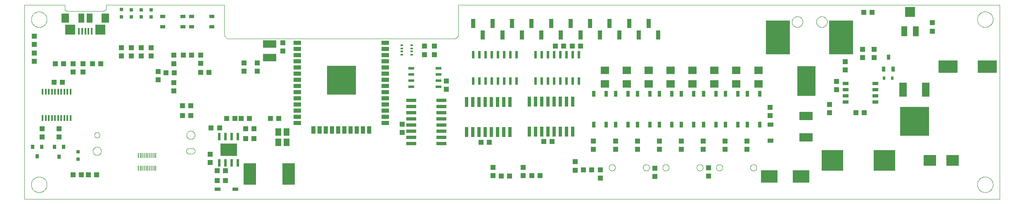
<source format=gtp>
G75*
%MOIN*%
%OFA0B0*%
%FSLAX25Y25*%
%IPPOS*%
%LPD*%
%AMOC8*
5,1,8,0,0,1.08239X$1,22.5*
%
%ADD10C,0.00000*%
%ADD11R,0.04331X0.03937*%
%ADD12R,0.03937X0.04331*%
%ADD13R,0.10630X0.06299*%
%ADD14R,0.01575X0.04500*%
%ADD15R,0.05906X0.03543*%
%ADD16R,0.03543X0.05906*%
%ADD17R,0.23622X0.23622*%
%ADD18R,0.03150X0.03937*%
%ADD19R,0.02362X0.03150*%
%ADD20R,0.17717X0.16535*%
%ADD21R,0.05000X0.02835*%
%ADD22R,0.09843X0.08661*%
%ADD23R,0.07874X0.07874*%
%ADD24R,0.05118X0.07874*%
%ADD25R,0.15748X0.09843*%
%ADD26R,0.03150X0.03543*%
%ADD27R,0.01575X0.05315*%
%ADD28R,0.08268X0.07874*%
%ADD29R,0.04724X0.07480*%
%ADD30R,0.06299X0.07480*%
%ADD31R,0.03150X0.03150*%
%ADD32R,0.04134X0.02559*%
%ADD33R,0.19685X0.27559*%
%ADD34R,0.14961X0.24016*%
%ADD35R,0.04803X0.03583*%
%ADD36R,0.01969X0.01378*%
%ADD37R,0.03150X0.04724*%
%ADD38R,0.07087X0.06299*%
%ADD39R,0.00787X0.04488*%
%ADD40R,0.02362X0.06102*%
%ADD41R,0.08000X0.02600*%
%ADD42R,0.03504X0.07283*%
%ADD43R,0.02600X0.08000*%
%ADD44R,0.06299X0.11811*%
%ADD45R,0.10630X0.07087*%
%ADD46R,0.10236X0.17717*%
%ADD47R,0.13819X0.10315*%
%ADD48R,0.02402X0.06299*%
%ADD49R,0.05118X0.05906*%
%ADD50R,0.04724X0.02362*%
%ADD51R,0.13780X0.09843*%
%ADD52R,0.04724X0.02756*%
D10*
X0060586Y0028959D02*
X0060586Y0186439D01*
X0093066Y0186439D01*
X0093066Y0183487D01*
X0093068Y0183401D01*
X0093073Y0183315D01*
X0093083Y0183230D01*
X0093096Y0183145D01*
X0093113Y0183061D01*
X0093133Y0182977D01*
X0093157Y0182895D01*
X0093185Y0182814D01*
X0093216Y0182733D01*
X0093250Y0182655D01*
X0093288Y0182578D01*
X0093330Y0182503D01*
X0093374Y0182429D01*
X0093422Y0182358D01*
X0093473Y0182288D01*
X0093527Y0182221D01*
X0093583Y0182157D01*
X0093643Y0182095D01*
X0093705Y0182035D01*
X0093769Y0181979D01*
X0093836Y0181925D01*
X0093906Y0181874D01*
X0093977Y0181826D01*
X0094051Y0181782D01*
X0094126Y0181740D01*
X0094203Y0181702D01*
X0094281Y0181668D01*
X0094362Y0181637D01*
X0094443Y0181609D01*
X0094525Y0181585D01*
X0094609Y0181565D01*
X0094693Y0181548D01*
X0094778Y0181535D01*
X0094863Y0181525D01*
X0094949Y0181520D01*
X0095035Y0181518D01*
X0124562Y0181518D01*
X0124648Y0181520D01*
X0124734Y0181525D01*
X0124819Y0181535D01*
X0124904Y0181548D01*
X0124988Y0181565D01*
X0125072Y0181585D01*
X0125154Y0181609D01*
X0125235Y0181637D01*
X0125316Y0181668D01*
X0125394Y0181702D01*
X0125471Y0181740D01*
X0125547Y0181782D01*
X0125620Y0181826D01*
X0125691Y0181874D01*
X0125761Y0181925D01*
X0125828Y0181979D01*
X0125892Y0182035D01*
X0125954Y0182095D01*
X0126014Y0182157D01*
X0126070Y0182221D01*
X0126124Y0182288D01*
X0126175Y0182358D01*
X0126223Y0182429D01*
X0126267Y0182503D01*
X0126309Y0182578D01*
X0126347Y0182655D01*
X0126381Y0182733D01*
X0126412Y0182814D01*
X0126440Y0182895D01*
X0126464Y0182977D01*
X0126484Y0183061D01*
X0126501Y0183145D01*
X0126514Y0183230D01*
X0126524Y0183315D01*
X0126529Y0183401D01*
X0126531Y0183487D01*
X0126531Y0186439D01*
X0222003Y0186439D01*
X0222003Y0162817D01*
X0222005Y0162693D01*
X0222011Y0162570D01*
X0222020Y0162446D01*
X0222034Y0162324D01*
X0222051Y0162201D01*
X0222073Y0162079D01*
X0222098Y0161958D01*
X0222127Y0161838D01*
X0222159Y0161719D01*
X0222196Y0161600D01*
X0222236Y0161483D01*
X0222279Y0161368D01*
X0222327Y0161253D01*
X0222378Y0161141D01*
X0222432Y0161030D01*
X0222490Y0160920D01*
X0222551Y0160813D01*
X0222616Y0160707D01*
X0222684Y0160604D01*
X0222755Y0160503D01*
X0222829Y0160404D01*
X0222906Y0160307D01*
X0222987Y0160213D01*
X0223070Y0160122D01*
X0223156Y0160033D01*
X0223245Y0159947D01*
X0223336Y0159864D01*
X0223430Y0159783D01*
X0223527Y0159706D01*
X0223626Y0159632D01*
X0223727Y0159561D01*
X0223830Y0159493D01*
X0223936Y0159428D01*
X0224043Y0159367D01*
X0224153Y0159309D01*
X0224264Y0159255D01*
X0224376Y0159204D01*
X0224491Y0159156D01*
X0224606Y0159113D01*
X0224723Y0159073D01*
X0224842Y0159036D01*
X0224961Y0159004D01*
X0225081Y0158975D01*
X0225202Y0158950D01*
X0225324Y0158928D01*
X0225447Y0158911D01*
X0225569Y0158897D01*
X0225693Y0158888D01*
X0225816Y0158882D01*
X0225940Y0158880D01*
X0407043Y0158880D01*
X0407167Y0158882D01*
X0407290Y0158888D01*
X0407414Y0158897D01*
X0407536Y0158911D01*
X0407659Y0158928D01*
X0407781Y0158950D01*
X0407902Y0158975D01*
X0408022Y0159004D01*
X0408141Y0159036D01*
X0408260Y0159073D01*
X0408377Y0159113D01*
X0408492Y0159156D01*
X0408607Y0159204D01*
X0408719Y0159255D01*
X0408830Y0159309D01*
X0408940Y0159367D01*
X0409047Y0159428D01*
X0409153Y0159493D01*
X0409256Y0159561D01*
X0409357Y0159632D01*
X0409456Y0159706D01*
X0409553Y0159783D01*
X0409647Y0159864D01*
X0409738Y0159947D01*
X0409827Y0160033D01*
X0409913Y0160122D01*
X0409996Y0160213D01*
X0410077Y0160307D01*
X0410154Y0160404D01*
X0410228Y0160503D01*
X0410299Y0160604D01*
X0410367Y0160707D01*
X0410432Y0160813D01*
X0410493Y0160920D01*
X0410551Y0161030D01*
X0410605Y0161141D01*
X0410656Y0161253D01*
X0410704Y0161368D01*
X0410747Y0161483D01*
X0410787Y0161600D01*
X0410824Y0161719D01*
X0410856Y0161838D01*
X0410885Y0161958D01*
X0410910Y0162079D01*
X0410932Y0162201D01*
X0410949Y0162324D01*
X0410963Y0162446D01*
X0410972Y0162570D01*
X0410978Y0162693D01*
X0410980Y0162817D01*
X0410980Y0186439D01*
X0847987Y0186439D01*
X0847987Y0028959D01*
X0060586Y0028959D01*
X0066098Y0040770D02*
X0066100Y0040928D01*
X0066106Y0041086D01*
X0066116Y0041244D01*
X0066130Y0041402D01*
X0066148Y0041559D01*
X0066169Y0041716D01*
X0066195Y0041872D01*
X0066225Y0042028D01*
X0066258Y0042183D01*
X0066296Y0042336D01*
X0066337Y0042489D01*
X0066382Y0042641D01*
X0066431Y0042792D01*
X0066484Y0042941D01*
X0066540Y0043089D01*
X0066600Y0043235D01*
X0066664Y0043380D01*
X0066732Y0043523D01*
X0066803Y0043665D01*
X0066877Y0043805D01*
X0066955Y0043942D01*
X0067037Y0044078D01*
X0067121Y0044212D01*
X0067210Y0044343D01*
X0067301Y0044472D01*
X0067396Y0044599D01*
X0067493Y0044724D01*
X0067594Y0044846D01*
X0067698Y0044965D01*
X0067805Y0045082D01*
X0067915Y0045196D01*
X0068028Y0045307D01*
X0068143Y0045416D01*
X0068261Y0045521D01*
X0068382Y0045623D01*
X0068505Y0045723D01*
X0068631Y0045819D01*
X0068759Y0045912D01*
X0068889Y0046002D01*
X0069022Y0046088D01*
X0069157Y0046172D01*
X0069293Y0046251D01*
X0069432Y0046328D01*
X0069573Y0046400D01*
X0069715Y0046470D01*
X0069859Y0046535D01*
X0070005Y0046597D01*
X0070152Y0046655D01*
X0070301Y0046710D01*
X0070451Y0046761D01*
X0070602Y0046808D01*
X0070754Y0046851D01*
X0070907Y0046890D01*
X0071062Y0046926D01*
X0071217Y0046957D01*
X0071373Y0046985D01*
X0071529Y0047009D01*
X0071686Y0047029D01*
X0071844Y0047045D01*
X0072001Y0047057D01*
X0072160Y0047065D01*
X0072318Y0047069D01*
X0072476Y0047069D01*
X0072634Y0047065D01*
X0072793Y0047057D01*
X0072950Y0047045D01*
X0073108Y0047029D01*
X0073265Y0047009D01*
X0073421Y0046985D01*
X0073577Y0046957D01*
X0073732Y0046926D01*
X0073887Y0046890D01*
X0074040Y0046851D01*
X0074192Y0046808D01*
X0074343Y0046761D01*
X0074493Y0046710D01*
X0074642Y0046655D01*
X0074789Y0046597D01*
X0074935Y0046535D01*
X0075079Y0046470D01*
X0075221Y0046400D01*
X0075362Y0046328D01*
X0075501Y0046251D01*
X0075637Y0046172D01*
X0075772Y0046088D01*
X0075905Y0046002D01*
X0076035Y0045912D01*
X0076163Y0045819D01*
X0076289Y0045723D01*
X0076412Y0045623D01*
X0076533Y0045521D01*
X0076651Y0045416D01*
X0076766Y0045307D01*
X0076879Y0045196D01*
X0076989Y0045082D01*
X0077096Y0044965D01*
X0077200Y0044846D01*
X0077301Y0044724D01*
X0077398Y0044599D01*
X0077493Y0044472D01*
X0077584Y0044343D01*
X0077673Y0044212D01*
X0077757Y0044078D01*
X0077839Y0043942D01*
X0077917Y0043805D01*
X0077991Y0043665D01*
X0078062Y0043523D01*
X0078130Y0043380D01*
X0078194Y0043235D01*
X0078254Y0043089D01*
X0078310Y0042941D01*
X0078363Y0042792D01*
X0078412Y0042641D01*
X0078457Y0042489D01*
X0078498Y0042336D01*
X0078536Y0042183D01*
X0078569Y0042028D01*
X0078599Y0041872D01*
X0078625Y0041716D01*
X0078646Y0041559D01*
X0078664Y0041402D01*
X0078678Y0041244D01*
X0078688Y0041086D01*
X0078694Y0040928D01*
X0078696Y0040770D01*
X0078694Y0040612D01*
X0078688Y0040454D01*
X0078678Y0040296D01*
X0078664Y0040138D01*
X0078646Y0039981D01*
X0078625Y0039824D01*
X0078599Y0039668D01*
X0078569Y0039512D01*
X0078536Y0039357D01*
X0078498Y0039204D01*
X0078457Y0039051D01*
X0078412Y0038899D01*
X0078363Y0038748D01*
X0078310Y0038599D01*
X0078254Y0038451D01*
X0078194Y0038305D01*
X0078130Y0038160D01*
X0078062Y0038017D01*
X0077991Y0037875D01*
X0077917Y0037735D01*
X0077839Y0037598D01*
X0077757Y0037462D01*
X0077673Y0037328D01*
X0077584Y0037197D01*
X0077493Y0037068D01*
X0077398Y0036941D01*
X0077301Y0036816D01*
X0077200Y0036694D01*
X0077096Y0036575D01*
X0076989Y0036458D01*
X0076879Y0036344D01*
X0076766Y0036233D01*
X0076651Y0036124D01*
X0076533Y0036019D01*
X0076412Y0035917D01*
X0076289Y0035817D01*
X0076163Y0035721D01*
X0076035Y0035628D01*
X0075905Y0035538D01*
X0075772Y0035452D01*
X0075637Y0035368D01*
X0075501Y0035289D01*
X0075362Y0035212D01*
X0075221Y0035140D01*
X0075079Y0035070D01*
X0074935Y0035005D01*
X0074789Y0034943D01*
X0074642Y0034885D01*
X0074493Y0034830D01*
X0074343Y0034779D01*
X0074192Y0034732D01*
X0074040Y0034689D01*
X0073887Y0034650D01*
X0073732Y0034614D01*
X0073577Y0034583D01*
X0073421Y0034555D01*
X0073265Y0034531D01*
X0073108Y0034511D01*
X0072950Y0034495D01*
X0072793Y0034483D01*
X0072634Y0034475D01*
X0072476Y0034471D01*
X0072318Y0034471D01*
X0072160Y0034475D01*
X0072001Y0034483D01*
X0071844Y0034495D01*
X0071686Y0034511D01*
X0071529Y0034531D01*
X0071373Y0034555D01*
X0071217Y0034583D01*
X0071062Y0034614D01*
X0070907Y0034650D01*
X0070754Y0034689D01*
X0070602Y0034732D01*
X0070451Y0034779D01*
X0070301Y0034830D01*
X0070152Y0034885D01*
X0070005Y0034943D01*
X0069859Y0035005D01*
X0069715Y0035070D01*
X0069573Y0035140D01*
X0069432Y0035212D01*
X0069293Y0035289D01*
X0069157Y0035368D01*
X0069022Y0035452D01*
X0068889Y0035538D01*
X0068759Y0035628D01*
X0068631Y0035721D01*
X0068505Y0035817D01*
X0068382Y0035917D01*
X0068261Y0036019D01*
X0068143Y0036124D01*
X0068028Y0036233D01*
X0067915Y0036344D01*
X0067805Y0036458D01*
X0067698Y0036575D01*
X0067594Y0036694D01*
X0067493Y0036816D01*
X0067396Y0036941D01*
X0067301Y0037068D01*
X0067210Y0037197D01*
X0067121Y0037328D01*
X0067037Y0037462D01*
X0066955Y0037598D01*
X0066877Y0037735D01*
X0066803Y0037875D01*
X0066732Y0038017D01*
X0066664Y0038160D01*
X0066600Y0038305D01*
X0066540Y0038451D01*
X0066484Y0038599D01*
X0066431Y0038748D01*
X0066382Y0038899D01*
X0066337Y0039051D01*
X0066296Y0039204D01*
X0066258Y0039357D01*
X0066225Y0039512D01*
X0066195Y0039668D01*
X0066169Y0039824D01*
X0066148Y0039981D01*
X0066130Y0040138D01*
X0066116Y0040296D01*
X0066106Y0040454D01*
X0066100Y0040612D01*
X0066098Y0040770D01*
X0115901Y0067935D02*
X0115903Y0068050D01*
X0115909Y0068166D01*
X0115919Y0068281D01*
X0115933Y0068396D01*
X0115951Y0068510D01*
X0115973Y0068623D01*
X0115998Y0068736D01*
X0116028Y0068847D01*
X0116061Y0068958D01*
X0116098Y0069067D01*
X0116139Y0069175D01*
X0116184Y0069282D01*
X0116232Y0069387D01*
X0116284Y0069490D01*
X0116340Y0069591D01*
X0116399Y0069691D01*
X0116461Y0069788D01*
X0116527Y0069883D01*
X0116595Y0069976D01*
X0116667Y0070066D01*
X0116742Y0070154D01*
X0116821Y0070239D01*
X0116902Y0070321D01*
X0116985Y0070401D01*
X0117072Y0070477D01*
X0117161Y0070551D01*
X0117252Y0070621D01*
X0117346Y0070689D01*
X0117442Y0070753D01*
X0117541Y0070813D01*
X0117641Y0070870D01*
X0117743Y0070924D01*
X0117847Y0070974D01*
X0117953Y0071021D01*
X0118060Y0071064D01*
X0118169Y0071103D01*
X0118279Y0071138D01*
X0118390Y0071169D01*
X0118502Y0071197D01*
X0118615Y0071221D01*
X0118729Y0071241D01*
X0118844Y0071257D01*
X0118959Y0071269D01*
X0119074Y0071277D01*
X0119189Y0071281D01*
X0119305Y0071281D01*
X0119420Y0071277D01*
X0119535Y0071269D01*
X0119650Y0071257D01*
X0119765Y0071241D01*
X0119879Y0071221D01*
X0119992Y0071197D01*
X0120104Y0071169D01*
X0120215Y0071138D01*
X0120325Y0071103D01*
X0120434Y0071064D01*
X0120541Y0071021D01*
X0120647Y0070974D01*
X0120751Y0070924D01*
X0120853Y0070870D01*
X0120953Y0070813D01*
X0121052Y0070753D01*
X0121148Y0070689D01*
X0121242Y0070621D01*
X0121333Y0070551D01*
X0121422Y0070477D01*
X0121509Y0070401D01*
X0121592Y0070321D01*
X0121673Y0070239D01*
X0121752Y0070154D01*
X0121827Y0070066D01*
X0121899Y0069976D01*
X0121967Y0069883D01*
X0122033Y0069788D01*
X0122095Y0069691D01*
X0122154Y0069591D01*
X0122210Y0069490D01*
X0122262Y0069387D01*
X0122310Y0069282D01*
X0122355Y0069175D01*
X0122396Y0069067D01*
X0122433Y0068958D01*
X0122466Y0068847D01*
X0122496Y0068736D01*
X0122521Y0068623D01*
X0122543Y0068510D01*
X0122561Y0068396D01*
X0122575Y0068281D01*
X0122585Y0068166D01*
X0122591Y0068050D01*
X0122593Y0067935D01*
X0122591Y0067820D01*
X0122585Y0067704D01*
X0122575Y0067589D01*
X0122561Y0067474D01*
X0122543Y0067360D01*
X0122521Y0067247D01*
X0122496Y0067134D01*
X0122466Y0067023D01*
X0122433Y0066912D01*
X0122396Y0066803D01*
X0122355Y0066695D01*
X0122310Y0066588D01*
X0122262Y0066483D01*
X0122210Y0066380D01*
X0122154Y0066279D01*
X0122095Y0066179D01*
X0122033Y0066082D01*
X0121967Y0065987D01*
X0121899Y0065894D01*
X0121827Y0065804D01*
X0121752Y0065716D01*
X0121673Y0065631D01*
X0121592Y0065549D01*
X0121509Y0065469D01*
X0121422Y0065393D01*
X0121333Y0065319D01*
X0121242Y0065249D01*
X0121148Y0065181D01*
X0121052Y0065117D01*
X0120953Y0065057D01*
X0120853Y0065000D01*
X0120751Y0064946D01*
X0120647Y0064896D01*
X0120541Y0064849D01*
X0120434Y0064806D01*
X0120325Y0064767D01*
X0120215Y0064732D01*
X0120104Y0064701D01*
X0119992Y0064673D01*
X0119879Y0064649D01*
X0119765Y0064629D01*
X0119650Y0064613D01*
X0119535Y0064601D01*
X0119420Y0064593D01*
X0119305Y0064589D01*
X0119189Y0064589D01*
X0119074Y0064593D01*
X0118959Y0064601D01*
X0118844Y0064613D01*
X0118729Y0064629D01*
X0118615Y0064649D01*
X0118502Y0064673D01*
X0118390Y0064701D01*
X0118279Y0064732D01*
X0118169Y0064767D01*
X0118060Y0064806D01*
X0117953Y0064849D01*
X0117847Y0064896D01*
X0117743Y0064946D01*
X0117641Y0065000D01*
X0117541Y0065057D01*
X0117442Y0065117D01*
X0117346Y0065181D01*
X0117252Y0065249D01*
X0117161Y0065319D01*
X0117072Y0065393D01*
X0116985Y0065469D01*
X0116902Y0065549D01*
X0116821Y0065631D01*
X0116742Y0065716D01*
X0116667Y0065804D01*
X0116595Y0065894D01*
X0116527Y0065987D01*
X0116461Y0066082D01*
X0116399Y0066179D01*
X0116340Y0066279D01*
X0116284Y0066380D01*
X0116232Y0066483D01*
X0116184Y0066588D01*
X0116139Y0066695D01*
X0116098Y0066803D01*
X0116061Y0066912D01*
X0116028Y0067023D01*
X0115998Y0067134D01*
X0115973Y0067247D01*
X0115951Y0067360D01*
X0115933Y0067474D01*
X0115919Y0067589D01*
X0115909Y0067704D01*
X0115903Y0067820D01*
X0115901Y0067935D01*
X0117082Y0080928D02*
X0117084Y0081021D01*
X0117090Y0081113D01*
X0117100Y0081205D01*
X0117114Y0081296D01*
X0117131Y0081387D01*
X0117153Y0081477D01*
X0117178Y0081566D01*
X0117207Y0081654D01*
X0117240Y0081740D01*
X0117277Y0081825D01*
X0117317Y0081909D01*
X0117361Y0081990D01*
X0117408Y0082070D01*
X0117458Y0082148D01*
X0117512Y0082223D01*
X0117569Y0082296D01*
X0117629Y0082366D01*
X0117692Y0082434D01*
X0117758Y0082499D01*
X0117826Y0082561D01*
X0117897Y0082621D01*
X0117971Y0082677D01*
X0118047Y0082730D01*
X0118125Y0082779D01*
X0118205Y0082826D01*
X0118287Y0082868D01*
X0118371Y0082908D01*
X0118456Y0082943D01*
X0118543Y0082975D01*
X0118631Y0083004D01*
X0118720Y0083028D01*
X0118810Y0083049D01*
X0118901Y0083065D01*
X0118993Y0083078D01*
X0119085Y0083087D01*
X0119178Y0083092D01*
X0119270Y0083093D01*
X0119363Y0083090D01*
X0119455Y0083083D01*
X0119547Y0083072D01*
X0119638Y0083057D01*
X0119729Y0083039D01*
X0119819Y0083016D01*
X0119907Y0082990D01*
X0119995Y0082960D01*
X0120081Y0082926D01*
X0120165Y0082889D01*
X0120248Y0082847D01*
X0120329Y0082803D01*
X0120409Y0082755D01*
X0120486Y0082704D01*
X0120560Y0082649D01*
X0120633Y0082591D01*
X0120703Y0082531D01*
X0120770Y0082467D01*
X0120834Y0082401D01*
X0120896Y0082331D01*
X0120954Y0082260D01*
X0121009Y0082186D01*
X0121061Y0082109D01*
X0121110Y0082030D01*
X0121156Y0081950D01*
X0121198Y0081867D01*
X0121236Y0081783D01*
X0121271Y0081697D01*
X0121302Y0081610D01*
X0121329Y0081522D01*
X0121352Y0081432D01*
X0121372Y0081342D01*
X0121388Y0081251D01*
X0121400Y0081159D01*
X0121408Y0081067D01*
X0121412Y0080974D01*
X0121412Y0080882D01*
X0121408Y0080789D01*
X0121400Y0080697D01*
X0121388Y0080605D01*
X0121372Y0080514D01*
X0121352Y0080424D01*
X0121329Y0080334D01*
X0121302Y0080246D01*
X0121271Y0080159D01*
X0121236Y0080073D01*
X0121198Y0079989D01*
X0121156Y0079906D01*
X0121110Y0079826D01*
X0121061Y0079747D01*
X0121009Y0079670D01*
X0120954Y0079596D01*
X0120896Y0079525D01*
X0120834Y0079455D01*
X0120770Y0079389D01*
X0120703Y0079325D01*
X0120633Y0079265D01*
X0120560Y0079207D01*
X0120486Y0079152D01*
X0120409Y0079101D01*
X0120330Y0079053D01*
X0120248Y0079009D01*
X0120165Y0078967D01*
X0120081Y0078930D01*
X0119995Y0078896D01*
X0119907Y0078866D01*
X0119819Y0078840D01*
X0119729Y0078817D01*
X0119638Y0078799D01*
X0119547Y0078784D01*
X0119455Y0078773D01*
X0119363Y0078766D01*
X0119270Y0078763D01*
X0119178Y0078764D01*
X0119085Y0078769D01*
X0118993Y0078778D01*
X0118901Y0078791D01*
X0118810Y0078807D01*
X0118720Y0078828D01*
X0118631Y0078852D01*
X0118543Y0078881D01*
X0118456Y0078913D01*
X0118371Y0078948D01*
X0118287Y0078988D01*
X0118205Y0079030D01*
X0118125Y0079077D01*
X0118047Y0079126D01*
X0117971Y0079179D01*
X0117897Y0079235D01*
X0117826Y0079295D01*
X0117758Y0079357D01*
X0117692Y0079422D01*
X0117629Y0079490D01*
X0117569Y0079560D01*
X0117512Y0079633D01*
X0117458Y0079708D01*
X0117408Y0079786D01*
X0117361Y0079866D01*
X0117317Y0079947D01*
X0117277Y0080031D01*
X0117240Y0080116D01*
X0117207Y0080202D01*
X0117178Y0080290D01*
X0117153Y0080379D01*
X0117131Y0080469D01*
X0117114Y0080560D01*
X0117100Y0080651D01*
X0117090Y0080743D01*
X0117084Y0080835D01*
X0117082Y0080928D01*
X0193460Y0070101D02*
X0196216Y0070101D01*
X0196308Y0070095D01*
X0196399Y0070085D01*
X0196490Y0070071D01*
X0196580Y0070053D01*
X0196669Y0070032D01*
X0196758Y0070006D01*
X0196845Y0069977D01*
X0196931Y0069945D01*
X0197015Y0069909D01*
X0197098Y0069869D01*
X0197179Y0069826D01*
X0197258Y0069779D01*
X0197335Y0069729D01*
X0197410Y0069676D01*
X0197483Y0069619D01*
X0197553Y0069560D01*
X0197620Y0069498D01*
X0197685Y0069433D01*
X0197747Y0069365D01*
X0197807Y0069295D01*
X0197863Y0069222D01*
X0197916Y0069147D01*
X0197965Y0069070D01*
X0198012Y0068991D01*
X0198055Y0068909D01*
X0198094Y0068826D01*
X0198130Y0068742D01*
X0198163Y0068656D01*
X0198191Y0068569D01*
X0198216Y0068480D01*
X0198238Y0068391D01*
X0198255Y0068301D01*
X0198269Y0068210D01*
X0198278Y0068119D01*
X0198284Y0068027D01*
X0198286Y0067935D01*
X0198284Y0067843D01*
X0198278Y0067751D01*
X0198269Y0067660D01*
X0198255Y0067569D01*
X0198238Y0067479D01*
X0198216Y0067390D01*
X0198191Y0067301D01*
X0198163Y0067214D01*
X0198130Y0067128D01*
X0198094Y0067044D01*
X0198055Y0066961D01*
X0198012Y0066879D01*
X0197965Y0066800D01*
X0197916Y0066723D01*
X0197863Y0066648D01*
X0197807Y0066575D01*
X0197747Y0066505D01*
X0197685Y0066437D01*
X0197620Y0066372D01*
X0197553Y0066310D01*
X0197483Y0066251D01*
X0197410Y0066194D01*
X0197335Y0066141D01*
X0197258Y0066091D01*
X0197179Y0066044D01*
X0197098Y0066001D01*
X0197015Y0065961D01*
X0196931Y0065925D01*
X0196845Y0065893D01*
X0196758Y0065864D01*
X0196669Y0065838D01*
X0196580Y0065817D01*
X0196490Y0065799D01*
X0196399Y0065785D01*
X0196308Y0065775D01*
X0196216Y0065769D01*
X0196216Y0065770D02*
X0193460Y0065770D01*
X0193368Y0065772D01*
X0193276Y0065778D01*
X0193185Y0065788D01*
X0193094Y0065801D01*
X0193004Y0065819D01*
X0192914Y0065840D01*
X0192826Y0065865D01*
X0192739Y0065894D01*
X0192653Y0065926D01*
X0192568Y0065962D01*
X0192485Y0066002D01*
X0192404Y0066045D01*
X0192325Y0066091D01*
X0192248Y0066141D01*
X0192173Y0066194D01*
X0192100Y0066251D01*
X0192030Y0066310D01*
X0191962Y0066372D01*
X0191897Y0066437D01*
X0191835Y0066505D01*
X0191776Y0066575D01*
X0191719Y0066648D01*
X0191666Y0066723D01*
X0191616Y0066800D01*
X0191570Y0066879D01*
X0191527Y0066960D01*
X0191487Y0067043D01*
X0191451Y0067128D01*
X0191419Y0067214D01*
X0191390Y0067301D01*
X0191365Y0067389D01*
X0191344Y0067479D01*
X0191326Y0067569D01*
X0191313Y0067660D01*
X0191303Y0067751D01*
X0191297Y0067843D01*
X0191295Y0067935D01*
X0191297Y0068027D01*
X0191303Y0068119D01*
X0191313Y0068210D01*
X0191326Y0068301D01*
X0191344Y0068391D01*
X0191365Y0068481D01*
X0191390Y0068569D01*
X0191419Y0068656D01*
X0191451Y0068742D01*
X0191487Y0068827D01*
X0191527Y0068910D01*
X0191570Y0068991D01*
X0191616Y0069070D01*
X0191666Y0069147D01*
X0191719Y0069222D01*
X0191776Y0069295D01*
X0191835Y0069365D01*
X0191897Y0069433D01*
X0191962Y0069498D01*
X0192030Y0069560D01*
X0192100Y0069619D01*
X0192173Y0069676D01*
X0192248Y0069729D01*
X0192325Y0069779D01*
X0192404Y0069825D01*
X0192485Y0069868D01*
X0192568Y0069908D01*
X0192653Y0069944D01*
X0192739Y0069976D01*
X0192826Y0070005D01*
X0192914Y0070030D01*
X0193004Y0070051D01*
X0193094Y0070069D01*
X0193185Y0070082D01*
X0193276Y0070092D01*
X0193368Y0070098D01*
X0193460Y0070100D01*
X0191492Y0080928D02*
X0191494Y0081043D01*
X0191500Y0081159D01*
X0191510Y0081274D01*
X0191524Y0081389D01*
X0191542Y0081503D01*
X0191564Y0081616D01*
X0191589Y0081729D01*
X0191619Y0081840D01*
X0191652Y0081951D01*
X0191689Y0082060D01*
X0191730Y0082168D01*
X0191775Y0082275D01*
X0191823Y0082380D01*
X0191875Y0082483D01*
X0191931Y0082584D01*
X0191990Y0082684D01*
X0192052Y0082781D01*
X0192118Y0082876D01*
X0192186Y0082969D01*
X0192258Y0083059D01*
X0192333Y0083147D01*
X0192412Y0083232D01*
X0192493Y0083314D01*
X0192576Y0083394D01*
X0192663Y0083470D01*
X0192752Y0083544D01*
X0192843Y0083614D01*
X0192937Y0083682D01*
X0193033Y0083746D01*
X0193132Y0083806D01*
X0193232Y0083863D01*
X0193334Y0083917D01*
X0193438Y0083967D01*
X0193544Y0084014D01*
X0193651Y0084057D01*
X0193760Y0084096D01*
X0193870Y0084131D01*
X0193981Y0084162D01*
X0194093Y0084190D01*
X0194206Y0084214D01*
X0194320Y0084234D01*
X0194435Y0084250D01*
X0194550Y0084262D01*
X0194665Y0084270D01*
X0194780Y0084274D01*
X0194896Y0084274D01*
X0195011Y0084270D01*
X0195126Y0084262D01*
X0195241Y0084250D01*
X0195356Y0084234D01*
X0195470Y0084214D01*
X0195583Y0084190D01*
X0195695Y0084162D01*
X0195806Y0084131D01*
X0195916Y0084096D01*
X0196025Y0084057D01*
X0196132Y0084014D01*
X0196238Y0083967D01*
X0196342Y0083917D01*
X0196444Y0083863D01*
X0196544Y0083806D01*
X0196643Y0083746D01*
X0196739Y0083682D01*
X0196833Y0083614D01*
X0196924Y0083544D01*
X0197013Y0083470D01*
X0197100Y0083394D01*
X0197183Y0083314D01*
X0197264Y0083232D01*
X0197343Y0083147D01*
X0197418Y0083059D01*
X0197490Y0082969D01*
X0197558Y0082876D01*
X0197624Y0082781D01*
X0197686Y0082684D01*
X0197745Y0082584D01*
X0197801Y0082483D01*
X0197853Y0082380D01*
X0197901Y0082275D01*
X0197946Y0082168D01*
X0197987Y0082060D01*
X0198024Y0081951D01*
X0198057Y0081840D01*
X0198087Y0081729D01*
X0198112Y0081616D01*
X0198134Y0081503D01*
X0198152Y0081389D01*
X0198166Y0081274D01*
X0198176Y0081159D01*
X0198182Y0081043D01*
X0198184Y0080928D01*
X0198182Y0080813D01*
X0198176Y0080697D01*
X0198166Y0080582D01*
X0198152Y0080467D01*
X0198134Y0080353D01*
X0198112Y0080240D01*
X0198087Y0080127D01*
X0198057Y0080016D01*
X0198024Y0079905D01*
X0197987Y0079796D01*
X0197946Y0079688D01*
X0197901Y0079581D01*
X0197853Y0079476D01*
X0197801Y0079373D01*
X0197745Y0079272D01*
X0197686Y0079172D01*
X0197624Y0079075D01*
X0197558Y0078980D01*
X0197490Y0078887D01*
X0197418Y0078797D01*
X0197343Y0078709D01*
X0197264Y0078624D01*
X0197183Y0078542D01*
X0197100Y0078462D01*
X0197013Y0078386D01*
X0196924Y0078312D01*
X0196833Y0078242D01*
X0196739Y0078174D01*
X0196643Y0078110D01*
X0196544Y0078050D01*
X0196444Y0077993D01*
X0196342Y0077939D01*
X0196238Y0077889D01*
X0196132Y0077842D01*
X0196025Y0077799D01*
X0195916Y0077760D01*
X0195806Y0077725D01*
X0195695Y0077694D01*
X0195583Y0077666D01*
X0195470Y0077642D01*
X0195356Y0077622D01*
X0195241Y0077606D01*
X0195126Y0077594D01*
X0195011Y0077586D01*
X0194896Y0077582D01*
X0194780Y0077582D01*
X0194665Y0077586D01*
X0194550Y0077594D01*
X0194435Y0077606D01*
X0194320Y0077622D01*
X0194206Y0077642D01*
X0194093Y0077666D01*
X0193981Y0077694D01*
X0193870Y0077725D01*
X0193760Y0077760D01*
X0193651Y0077799D01*
X0193544Y0077842D01*
X0193438Y0077889D01*
X0193334Y0077939D01*
X0193232Y0077993D01*
X0193132Y0078050D01*
X0193033Y0078110D01*
X0192937Y0078174D01*
X0192843Y0078242D01*
X0192752Y0078312D01*
X0192663Y0078386D01*
X0192576Y0078462D01*
X0192493Y0078542D01*
X0192412Y0078624D01*
X0192333Y0078709D01*
X0192258Y0078797D01*
X0192186Y0078887D01*
X0192118Y0078980D01*
X0192052Y0079075D01*
X0191990Y0079172D01*
X0191931Y0079272D01*
X0191875Y0079373D01*
X0191823Y0079476D01*
X0191775Y0079581D01*
X0191730Y0079688D01*
X0191689Y0079796D01*
X0191652Y0079905D01*
X0191619Y0080016D01*
X0191589Y0080127D01*
X0191564Y0080240D01*
X0191542Y0080353D01*
X0191524Y0080467D01*
X0191510Y0080582D01*
X0191500Y0080697D01*
X0191494Y0080813D01*
X0191492Y0080928D01*
X0066098Y0174628D02*
X0066100Y0174786D01*
X0066106Y0174944D01*
X0066116Y0175102D01*
X0066130Y0175260D01*
X0066148Y0175417D01*
X0066169Y0175574D01*
X0066195Y0175730D01*
X0066225Y0175886D01*
X0066258Y0176041D01*
X0066296Y0176194D01*
X0066337Y0176347D01*
X0066382Y0176499D01*
X0066431Y0176650D01*
X0066484Y0176799D01*
X0066540Y0176947D01*
X0066600Y0177093D01*
X0066664Y0177238D01*
X0066732Y0177381D01*
X0066803Y0177523D01*
X0066877Y0177663D01*
X0066955Y0177800D01*
X0067037Y0177936D01*
X0067121Y0178070D01*
X0067210Y0178201D01*
X0067301Y0178330D01*
X0067396Y0178457D01*
X0067493Y0178582D01*
X0067594Y0178704D01*
X0067698Y0178823D01*
X0067805Y0178940D01*
X0067915Y0179054D01*
X0068028Y0179165D01*
X0068143Y0179274D01*
X0068261Y0179379D01*
X0068382Y0179481D01*
X0068505Y0179581D01*
X0068631Y0179677D01*
X0068759Y0179770D01*
X0068889Y0179860D01*
X0069022Y0179946D01*
X0069157Y0180030D01*
X0069293Y0180109D01*
X0069432Y0180186D01*
X0069573Y0180258D01*
X0069715Y0180328D01*
X0069859Y0180393D01*
X0070005Y0180455D01*
X0070152Y0180513D01*
X0070301Y0180568D01*
X0070451Y0180619D01*
X0070602Y0180666D01*
X0070754Y0180709D01*
X0070907Y0180748D01*
X0071062Y0180784D01*
X0071217Y0180815D01*
X0071373Y0180843D01*
X0071529Y0180867D01*
X0071686Y0180887D01*
X0071844Y0180903D01*
X0072001Y0180915D01*
X0072160Y0180923D01*
X0072318Y0180927D01*
X0072476Y0180927D01*
X0072634Y0180923D01*
X0072793Y0180915D01*
X0072950Y0180903D01*
X0073108Y0180887D01*
X0073265Y0180867D01*
X0073421Y0180843D01*
X0073577Y0180815D01*
X0073732Y0180784D01*
X0073887Y0180748D01*
X0074040Y0180709D01*
X0074192Y0180666D01*
X0074343Y0180619D01*
X0074493Y0180568D01*
X0074642Y0180513D01*
X0074789Y0180455D01*
X0074935Y0180393D01*
X0075079Y0180328D01*
X0075221Y0180258D01*
X0075362Y0180186D01*
X0075501Y0180109D01*
X0075637Y0180030D01*
X0075772Y0179946D01*
X0075905Y0179860D01*
X0076035Y0179770D01*
X0076163Y0179677D01*
X0076289Y0179581D01*
X0076412Y0179481D01*
X0076533Y0179379D01*
X0076651Y0179274D01*
X0076766Y0179165D01*
X0076879Y0179054D01*
X0076989Y0178940D01*
X0077096Y0178823D01*
X0077200Y0178704D01*
X0077301Y0178582D01*
X0077398Y0178457D01*
X0077493Y0178330D01*
X0077584Y0178201D01*
X0077673Y0178070D01*
X0077757Y0177936D01*
X0077839Y0177800D01*
X0077917Y0177663D01*
X0077991Y0177523D01*
X0078062Y0177381D01*
X0078130Y0177238D01*
X0078194Y0177093D01*
X0078254Y0176947D01*
X0078310Y0176799D01*
X0078363Y0176650D01*
X0078412Y0176499D01*
X0078457Y0176347D01*
X0078498Y0176194D01*
X0078536Y0176041D01*
X0078569Y0175886D01*
X0078599Y0175730D01*
X0078625Y0175574D01*
X0078646Y0175417D01*
X0078664Y0175260D01*
X0078678Y0175102D01*
X0078688Y0174944D01*
X0078694Y0174786D01*
X0078696Y0174628D01*
X0078694Y0174470D01*
X0078688Y0174312D01*
X0078678Y0174154D01*
X0078664Y0173996D01*
X0078646Y0173839D01*
X0078625Y0173682D01*
X0078599Y0173526D01*
X0078569Y0173370D01*
X0078536Y0173215D01*
X0078498Y0173062D01*
X0078457Y0172909D01*
X0078412Y0172757D01*
X0078363Y0172606D01*
X0078310Y0172457D01*
X0078254Y0172309D01*
X0078194Y0172163D01*
X0078130Y0172018D01*
X0078062Y0171875D01*
X0077991Y0171733D01*
X0077917Y0171593D01*
X0077839Y0171456D01*
X0077757Y0171320D01*
X0077673Y0171186D01*
X0077584Y0171055D01*
X0077493Y0170926D01*
X0077398Y0170799D01*
X0077301Y0170674D01*
X0077200Y0170552D01*
X0077096Y0170433D01*
X0076989Y0170316D01*
X0076879Y0170202D01*
X0076766Y0170091D01*
X0076651Y0169982D01*
X0076533Y0169877D01*
X0076412Y0169775D01*
X0076289Y0169675D01*
X0076163Y0169579D01*
X0076035Y0169486D01*
X0075905Y0169396D01*
X0075772Y0169310D01*
X0075637Y0169226D01*
X0075501Y0169147D01*
X0075362Y0169070D01*
X0075221Y0168998D01*
X0075079Y0168928D01*
X0074935Y0168863D01*
X0074789Y0168801D01*
X0074642Y0168743D01*
X0074493Y0168688D01*
X0074343Y0168637D01*
X0074192Y0168590D01*
X0074040Y0168547D01*
X0073887Y0168508D01*
X0073732Y0168472D01*
X0073577Y0168441D01*
X0073421Y0168413D01*
X0073265Y0168389D01*
X0073108Y0168369D01*
X0072950Y0168353D01*
X0072793Y0168341D01*
X0072634Y0168333D01*
X0072476Y0168329D01*
X0072318Y0168329D01*
X0072160Y0168333D01*
X0072001Y0168341D01*
X0071844Y0168353D01*
X0071686Y0168369D01*
X0071529Y0168389D01*
X0071373Y0168413D01*
X0071217Y0168441D01*
X0071062Y0168472D01*
X0070907Y0168508D01*
X0070754Y0168547D01*
X0070602Y0168590D01*
X0070451Y0168637D01*
X0070301Y0168688D01*
X0070152Y0168743D01*
X0070005Y0168801D01*
X0069859Y0168863D01*
X0069715Y0168928D01*
X0069573Y0168998D01*
X0069432Y0169070D01*
X0069293Y0169147D01*
X0069157Y0169226D01*
X0069022Y0169310D01*
X0068889Y0169396D01*
X0068759Y0169486D01*
X0068631Y0169579D01*
X0068505Y0169675D01*
X0068382Y0169775D01*
X0068261Y0169877D01*
X0068143Y0169982D01*
X0068028Y0170091D01*
X0067915Y0170202D01*
X0067805Y0170316D01*
X0067698Y0170433D01*
X0067594Y0170552D01*
X0067493Y0170674D01*
X0067396Y0170799D01*
X0067301Y0170926D01*
X0067210Y0171055D01*
X0067121Y0171186D01*
X0067037Y0171320D01*
X0066955Y0171456D01*
X0066877Y0171593D01*
X0066803Y0171733D01*
X0066732Y0171875D01*
X0066664Y0172018D01*
X0066600Y0172163D01*
X0066540Y0172309D01*
X0066484Y0172457D01*
X0066431Y0172606D01*
X0066382Y0172757D01*
X0066337Y0172909D01*
X0066296Y0173062D01*
X0066258Y0173215D01*
X0066225Y0173370D01*
X0066195Y0173526D01*
X0066169Y0173682D01*
X0066148Y0173839D01*
X0066130Y0173996D01*
X0066116Y0174154D01*
X0066106Y0174312D01*
X0066100Y0174470D01*
X0066098Y0174628D01*
X0532436Y0054550D02*
X0532438Y0054651D01*
X0532444Y0054752D01*
X0532454Y0054853D01*
X0532468Y0054953D01*
X0532486Y0055052D01*
X0532508Y0055151D01*
X0532533Y0055249D01*
X0532563Y0055346D01*
X0532596Y0055441D01*
X0532633Y0055535D01*
X0532674Y0055628D01*
X0532718Y0055719D01*
X0532766Y0055808D01*
X0532818Y0055895D01*
X0532873Y0055980D01*
X0532931Y0056062D01*
X0532992Y0056143D01*
X0533057Y0056221D01*
X0533124Y0056296D01*
X0533194Y0056368D01*
X0533268Y0056438D01*
X0533344Y0056505D01*
X0533422Y0056569D01*
X0533503Y0056629D01*
X0533586Y0056686D01*
X0533672Y0056740D01*
X0533760Y0056791D01*
X0533849Y0056838D01*
X0533940Y0056882D01*
X0534033Y0056921D01*
X0534128Y0056958D01*
X0534223Y0056990D01*
X0534320Y0057019D01*
X0534419Y0057043D01*
X0534517Y0057064D01*
X0534617Y0057081D01*
X0534717Y0057094D01*
X0534818Y0057103D01*
X0534919Y0057108D01*
X0535020Y0057109D01*
X0535121Y0057106D01*
X0535222Y0057099D01*
X0535323Y0057088D01*
X0535423Y0057073D01*
X0535522Y0057054D01*
X0535621Y0057031D01*
X0535718Y0057005D01*
X0535815Y0056974D01*
X0535910Y0056940D01*
X0536003Y0056902D01*
X0536096Y0056860D01*
X0536186Y0056815D01*
X0536275Y0056766D01*
X0536361Y0056714D01*
X0536445Y0056658D01*
X0536528Y0056599D01*
X0536607Y0056537D01*
X0536685Y0056472D01*
X0536759Y0056404D01*
X0536831Y0056332D01*
X0536900Y0056259D01*
X0536966Y0056182D01*
X0537029Y0056103D01*
X0537089Y0056021D01*
X0537145Y0055937D01*
X0537198Y0055851D01*
X0537248Y0055763D01*
X0537294Y0055673D01*
X0537337Y0055582D01*
X0537376Y0055488D01*
X0537411Y0055393D01*
X0537442Y0055297D01*
X0537470Y0055200D01*
X0537494Y0055102D01*
X0537514Y0055003D01*
X0537530Y0054903D01*
X0537542Y0054802D01*
X0537550Y0054702D01*
X0537554Y0054601D01*
X0537554Y0054499D01*
X0537550Y0054398D01*
X0537542Y0054298D01*
X0537530Y0054197D01*
X0537514Y0054097D01*
X0537494Y0053998D01*
X0537470Y0053900D01*
X0537442Y0053803D01*
X0537411Y0053707D01*
X0537376Y0053612D01*
X0537337Y0053518D01*
X0537294Y0053427D01*
X0537248Y0053337D01*
X0537198Y0053249D01*
X0537145Y0053163D01*
X0537089Y0053079D01*
X0537029Y0052997D01*
X0536966Y0052918D01*
X0536900Y0052841D01*
X0536831Y0052768D01*
X0536759Y0052696D01*
X0536685Y0052628D01*
X0536607Y0052563D01*
X0536528Y0052501D01*
X0536445Y0052442D01*
X0536361Y0052386D01*
X0536274Y0052334D01*
X0536186Y0052285D01*
X0536096Y0052240D01*
X0536003Y0052198D01*
X0535910Y0052160D01*
X0535815Y0052126D01*
X0535718Y0052095D01*
X0535621Y0052069D01*
X0535522Y0052046D01*
X0535423Y0052027D01*
X0535323Y0052012D01*
X0535222Y0052001D01*
X0535121Y0051994D01*
X0535020Y0051991D01*
X0534919Y0051992D01*
X0534818Y0051997D01*
X0534717Y0052006D01*
X0534617Y0052019D01*
X0534517Y0052036D01*
X0534419Y0052057D01*
X0534320Y0052081D01*
X0534223Y0052110D01*
X0534128Y0052142D01*
X0534033Y0052179D01*
X0533940Y0052218D01*
X0533849Y0052262D01*
X0533760Y0052309D01*
X0533672Y0052360D01*
X0533586Y0052414D01*
X0533503Y0052471D01*
X0533422Y0052531D01*
X0533344Y0052595D01*
X0533268Y0052662D01*
X0533194Y0052732D01*
X0533124Y0052804D01*
X0533057Y0052879D01*
X0532992Y0052957D01*
X0532931Y0053038D01*
X0532873Y0053120D01*
X0532818Y0053205D01*
X0532766Y0053292D01*
X0532718Y0053381D01*
X0532674Y0053472D01*
X0532633Y0053565D01*
X0532596Y0053659D01*
X0532563Y0053754D01*
X0532533Y0053851D01*
X0532508Y0053949D01*
X0532486Y0054048D01*
X0532468Y0054147D01*
X0532454Y0054247D01*
X0532444Y0054348D01*
X0532438Y0054449D01*
X0532436Y0054550D01*
X0559995Y0054550D02*
X0559997Y0054651D01*
X0560003Y0054752D01*
X0560013Y0054853D01*
X0560027Y0054953D01*
X0560045Y0055052D01*
X0560067Y0055151D01*
X0560092Y0055249D01*
X0560122Y0055346D01*
X0560155Y0055441D01*
X0560192Y0055535D01*
X0560233Y0055628D01*
X0560277Y0055719D01*
X0560325Y0055808D01*
X0560377Y0055895D01*
X0560432Y0055980D01*
X0560490Y0056062D01*
X0560551Y0056143D01*
X0560616Y0056221D01*
X0560683Y0056296D01*
X0560753Y0056368D01*
X0560827Y0056438D01*
X0560903Y0056505D01*
X0560981Y0056569D01*
X0561062Y0056629D01*
X0561145Y0056686D01*
X0561231Y0056740D01*
X0561319Y0056791D01*
X0561408Y0056838D01*
X0561499Y0056882D01*
X0561592Y0056921D01*
X0561687Y0056958D01*
X0561782Y0056990D01*
X0561879Y0057019D01*
X0561978Y0057043D01*
X0562076Y0057064D01*
X0562176Y0057081D01*
X0562276Y0057094D01*
X0562377Y0057103D01*
X0562478Y0057108D01*
X0562579Y0057109D01*
X0562680Y0057106D01*
X0562781Y0057099D01*
X0562882Y0057088D01*
X0562982Y0057073D01*
X0563081Y0057054D01*
X0563180Y0057031D01*
X0563277Y0057005D01*
X0563374Y0056974D01*
X0563469Y0056940D01*
X0563562Y0056902D01*
X0563655Y0056860D01*
X0563745Y0056815D01*
X0563834Y0056766D01*
X0563920Y0056714D01*
X0564004Y0056658D01*
X0564087Y0056599D01*
X0564166Y0056537D01*
X0564244Y0056472D01*
X0564318Y0056404D01*
X0564390Y0056332D01*
X0564459Y0056259D01*
X0564525Y0056182D01*
X0564588Y0056103D01*
X0564648Y0056021D01*
X0564704Y0055937D01*
X0564757Y0055851D01*
X0564807Y0055763D01*
X0564853Y0055673D01*
X0564896Y0055582D01*
X0564935Y0055488D01*
X0564970Y0055393D01*
X0565001Y0055297D01*
X0565029Y0055200D01*
X0565053Y0055102D01*
X0565073Y0055003D01*
X0565089Y0054903D01*
X0565101Y0054802D01*
X0565109Y0054702D01*
X0565113Y0054601D01*
X0565113Y0054499D01*
X0565109Y0054398D01*
X0565101Y0054298D01*
X0565089Y0054197D01*
X0565073Y0054097D01*
X0565053Y0053998D01*
X0565029Y0053900D01*
X0565001Y0053803D01*
X0564970Y0053707D01*
X0564935Y0053612D01*
X0564896Y0053518D01*
X0564853Y0053427D01*
X0564807Y0053337D01*
X0564757Y0053249D01*
X0564704Y0053163D01*
X0564648Y0053079D01*
X0564588Y0052997D01*
X0564525Y0052918D01*
X0564459Y0052841D01*
X0564390Y0052768D01*
X0564318Y0052696D01*
X0564244Y0052628D01*
X0564166Y0052563D01*
X0564087Y0052501D01*
X0564004Y0052442D01*
X0563920Y0052386D01*
X0563833Y0052334D01*
X0563745Y0052285D01*
X0563655Y0052240D01*
X0563562Y0052198D01*
X0563469Y0052160D01*
X0563374Y0052126D01*
X0563277Y0052095D01*
X0563180Y0052069D01*
X0563081Y0052046D01*
X0562982Y0052027D01*
X0562882Y0052012D01*
X0562781Y0052001D01*
X0562680Y0051994D01*
X0562579Y0051991D01*
X0562478Y0051992D01*
X0562377Y0051997D01*
X0562276Y0052006D01*
X0562176Y0052019D01*
X0562076Y0052036D01*
X0561978Y0052057D01*
X0561879Y0052081D01*
X0561782Y0052110D01*
X0561687Y0052142D01*
X0561592Y0052179D01*
X0561499Y0052218D01*
X0561408Y0052262D01*
X0561319Y0052309D01*
X0561231Y0052360D01*
X0561145Y0052414D01*
X0561062Y0052471D01*
X0560981Y0052531D01*
X0560903Y0052595D01*
X0560827Y0052662D01*
X0560753Y0052732D01*
X0560683Y0052804D01*
X0560616Y0052879D01*
X0560551Y0052957D01*
X0560490Y0053038D01*
X0560432Y0053120D01*
X0560377Y0053205D01*
X0560325Y0053292D01*
X0560277Y0053381D01*
X0560233Y0053472D01*
X0560192Y0053565D01*
X0560155Y0053659D01*
X0560122Y0053754D01*
X0560092Y0053851D01*
X0560067Y0053949D01*
X0560045Y0054048D01*
X0560027Y0054147D01*
X0560013Y0054247D01*
X0560003Y0054348D01*
X0559997Y0054449D01*
X0559995Y0054550D01*
X0575743Y0054550D02*
X0575745Y0054651D01*
X0575751Y0054752D01*
X0575761Y0054853D01*
X0575775Y0054953D01*
X0575793Y0055052D01*
X0575815Y0055151D01*
X0575840Y0055249D01*
X0575870Y0055346D01*
X0575903Y0055441D01*
X0575940Y0055535D01*
X0575981Y0055628D01*
X0576025Y0055719D01*
X0576073Y0055808D01*
X0576125Y0055895D01*
X0576180Y0055980D01*
X0576238Y0056062D01*
X0576299Y0056143D01*
X0576364Y0056221D01*
X0576431Y0056296D01*
X0576501Y0056368D01*
X0576575Y0056438D01*
X0576651Y0056505D01*
X0576729Y0056569D01*
X0576810Y0056629D01*
X0576893Y0056686D01*
X0576979Y0056740D01*
X0577067Y0056791D01*
X0577156Y0056838D01*
X0577247Y0056882D01*
X0577340Y0056921D01*
X0577435Y0056958D01*
X0577530Y0056990D01*
X0577627Y0057019D01*
X0577726Y0057043D01*
X0577824Y0057064D01*
X0577924Y0057081D01*
X0578024Y0057094D01*
X0578125Y0057103D01*
X0578226Y0057108D01*
X0578327Y0057109D01*
X0578428Y0057106D01*
X0578529Y0057099D01*
X0578630Y0057088D01*
X0578730Y0057073D01*
X0578829Y0057054D01*
X0578928Y0057031D01*
X0579025Y0057005D01*
X0579122Y0056974D01*
X0579217Y0056940D01*
X0579310Y0056902D01*
X0579403Y0056860D01*
X0579493Y0056815D01*
X0579582Y0056766D01*
X0579668Y0056714D01*
X0579752Y0056658D01*
X0579835Y0056599D01*
X0579914Y0056537D01*
X0579992Y0056472D01*
X0580066Y0056404D01*
X0580138Y0056332D01*
X0580207Y0056259D01*
X0580273Y0056182D01*
X0580336Y0056103D01*
X0580396Y0056021D01*
X0580452Y0055937D01*
X0580505Y0055851D01*
X0580555Y0055763D01*
X0580601Y0055673D01*
X0580644Y0055582D01*
X0580683Y0055488D01*
X0580718Y0055393D01*
X0580749Y0055297D01*
X0580777Y0055200D01*
X0580801Y0055102D01*
X0580821Y0055003D01*
X0580837Y0054903D01*
X0580849Y0054802D01*
X0580857Y0054702D01*
X0580861Y0054601D01*
X0580861Y0054499D01*
X0580857Y0054398D01*
X0580849Y0054298D01*
X0580837Y0054197D01*
X0580821Y0054097D01*
X0580801Y0053998D01*
X0580777Y0053900D01*
X0580749Y0053803D01*
X0580718Y0053707D01*
X0580683Y0053612D01*
X0580644Y0053518D01*
X0580601Y0053427D01*
X0580555Y0053337D01*
X0580505Y0053249D01*
X0580452Y0053163D01*
X0580396Y0053079D01*
X0580336Y0052997D01*
X0580273Y0052918D01*
X0580207Y0052841D01*
X0580138Y0052768D01*
X0580066Y0052696D01*
X0579992Y0052628D01*
X0579914Y0052563D01*
X0579835Y0052501D01*
X0579752Y0052442D01*
X0579668Y0052386D01*
X0579581Y0052334D01*
X0579493Y0052285D01*
X0579403Y0052240D01*
X0579310Y0052198D01*
X0579217Y0052160D01*
X0579122Y0052126D01*
X0579025Y0052095D01*
X0578928Y0052069D01*
X0578829Y0052046D01*
X0578730Y0052027D01*
X0578630Y0052012D01*
X0578529Y0052001D01*
X0578428Y0051994D01*
X0578327Y0051991D01*
X0578226Y0051992D01*
X0578125Y0051997D01*
X0578024Y0052006D01*
X0577924Y0052019D01*
X0577824Y0052036D01*
X0577726Y0052057D01*
X0577627Y0052081D01*
X0577530Y0052110D01*
X0577435Y0052142D01*
X0577340Y0052179D01*
X0577247Y0052218D01*
X0577156Y0052262D01*
X0577067Y0052309D01*
X0576979Y0052360D01*
X0576893Y0052414D01*
X0576810Y0052471D01*
X0576729Y0052531D01*
X0576651Y0052595D01*
X0576575Y0052662D01*
X0576501Y0052732D01*
X0576431Y0052804D01*
X0576364Y0052879D01*
X0576299Y0052957D01*
X0576238Y0053038D01*
X0576180Y0053120D01*
X0576125Y0053205D01*
X0576073Y0053292D01*
X0576025Y0053381D01*
X0575981Y0053472D01*
X0575940Y0053565D01*
X0575903Y0053659D01*
X0575870Y0053754D01*
X0575840Y0053851D01*
X0575815Y0053949D01*
X0575793Y0054048D01*
X0575775Y0054147D01*
X0575761Y0054247D01*
X0575751Y0054348D01*
X0575745Y0054449D01*
X0575743Y0054550D01*
X0603302Y0054550D02*
X0603304Y0054651D01*
X0603310Y0054752D01*
X0603320Y0054853D01*
X0603334Y0054953D01*
X0603352Y0055052D01*
X0603374Y0055151D01*
X0603399Y0055249D01*
X0603429Y0055346D01*
X0603462Y0055441D01*
X0603499Y0055535D01*
X0603540Y0055628D01*
X0603584Y0055719D01*
X0603632Y0055808D01*
X0603684Y0055895D01*
X0603739Y0055980D01*
X0603797Y0056062D01*
X0603858Y0056143D01*
X0603923Y0056221D01*
X0603990Y0056296D01*
X0604060Y0056368D01*
X0604134Y0056438D01*
X0604210Y0056505D01*
X0604288Y0056569D01*
X0604369Y0056629D01*
X0604452Y0056686D01*
X0604538Y0056740D01*
X0604626Y0056791D01*
X0604715Y0056838D01*
X0604806Y0056882D01*
X0604899Y0056921D01*
X0604994Y0056958D01*
X0605089Y0056990D01*
X0605186Y0057019D01*
X0605285Y0057043D01*
X0605383Y0057064D01*
X0605483Y0057081D01*
X0605583Y0057094D01*
X0605684Y0057103D01*
X0605785Y0057108D01*
X0605886Y0057109D01*
X0605987Y0057106D01*
X0606088Y0057099D01*
X0606189Y0057088D01*
X0606289Y0057073D01*
X0606388Y0057054D01*
X0606487Y0057031D01*
X0606584Y0057005D01*
X0606681Y0056974D01*
X0606776Y0056940D01*
X0606869Y0056902D01*
X0606962Y0056860D01*
X0607052Y0056815D01*
X0607141Y0056766D01*
X0607227Y0056714D01*
X0607311Y0056658D01*
X0607394Y0056599D01*
X0607473Y0056537D01*
X0607551Y0056472D01*
X0607625Y0056404D01*
X0607697Y0056332D01*
X0607766Y0056259D01*
X0607832Y0056182D01*
X0607895Y0056103D01*
X0607955Y0056021D01*
X0608011Y0055937D01*
X0608064Y0055851D01*
X0608114Y0055763D01*
X0608160Y0055673D01*
X0608203Y0055582D01*
X0608242Y0055488D01*
X0608277Y0055393D01*
X0608308Y0055297D01*
X0608336Y0055200D01*
X0608360Y0055102D01*
X0608380Y0055003D01*
X0608396Y0054903D01*
X0608408Y0054802D01*
X0608416Y0054702D01*
X0608420Y0054601D01*
X0608420Y0054499D01*
X0608416Y0054398D01*
X0608408Y0054298D01*
X0608396Y0054197D01*
X0608380Y0054097D01*
X0608360Y0053998D01*
X0608336Y0053900D01*
X0608308Y0053803D01*
X0608277Y0053707D01*
X0608242Y0053612D01*
X0608203Y0053518D01*
X0608160Y0053427D01*
X0608114Y0053337D01*
X0608064Y0053249D01*
X0608011Y0053163D01*
X0607955Y0053079D01*
X0607895Y0052997D01*
X0607832Y0052918D01*
X0607766Y0052841D01*
X0607697Y0052768D01*
X0607625Y0052696D01*
X0607551Y0052628D01*
X0607473Y0052563D01*
X0607394Y0052501D01*
X0607311Y0052442D01*
X0607227Y0052386D01*
X0607140Y0052334D01*
X0607052Y0052285D01*
X0606962Y0052240D01*
X0606869Y0052198D01*
X0606776Y0052160D01*
X0606681Y0052126D01*
X0606584Y0052095D01*
X0606487Y0052069D01*
X0606388Y0052046D01*
X0606289Y0052027D01*
X0606189Y0052012D01*
X0606088Y0052001D01*
X0605987Y0051994D01*
X0605886Y0051991D01*
X0605785Y0051992D01*
X0605684Y0051997D01*
X0605583Y0052006D01*
X0605483Y0052019D01*
X0605383Y0052036D01*
X0605285Y0052057D01*
X0605186Y0052081D01*
X0605089Y0052110D01*
X0604994Y0052142D01*
X0604899Y0052179D01*
X0604806Y0052218D01*
X0604715Y0052262D01*
X0604626Y0052309D01*
X0604538Y0052360D01*
X0604452Y0052414D01*
X0604369Y0052471D01*
X0604288Y0052531D01*
X0604210Y0052595D01*
X0604134Y0052662D01*
X0604060Y0052732D01*
X0603990Y0052804D01*
X0603923Y0052879D01*
X0603858Y0052957D01*
X0603797Y0053038D01*
X0603739Y0053120D01*
X0603684Y0053205D01*
X0603632Y0053292D01*
X0603584Y0053381D01*
X0603540Y0053472D01*
X0603499Y0053565D01*
X0603462Y0053659D01*
X0603429Y0053754D01*
X0603399Y0053851D01*
X0603374Y0053949D01*
X0603352Y0054048D01*
X0603334Y0054147D01*
X0603320Y0054247D01*
X0603310Y0054348D01*
X0603304Y0054449D01*
X0603302Y0054550D01*
X0619051Y0054550D02*
X0619053Y0054651D01*
X0619059Y0054752D01*
X0619069Y0054853D01*
X0619083Y0054953D01*
X0619101Y0055052D01*
X0619123Y0055151D01*
X0619148Y0055249D01*
X0619178Y0055346D01*
X0619211Y0055441D01*
X0619248Y0055535D01*
X0619289Y0055628D01*
X0619333Y0055719D01*
X0619381Y0055808D01*
X0619433Y0055895D01*
X0619488Y0055980D01*
X0619546Y0056062D01*
X0619607Y0056143D01*
X0619672Y0056221D01*
X0619739Y0056296D01*
X0619809Y0056368D01*
X0619883Y0056438D01*
X0619959Y0056505D01*
X0620037Y0056569D01*
X0620118Y0056629D01*
X0620201Y0056686D01*
X0620287Y0056740D01*
X0620375Y0056791D01*
X0620464Y0056838D01*
X0620555Y0056882D01*
X0620648Y0056921D01*
X0620743Y0056958D01*
X0620838Y0056990D01*
X0620935Y0057019D01*
X0621034Y0057043D01*
X0621132Y0057064D01*
X0621232Y0057081D01*
X0621332Y0057094D01*
X0621433Y0057103D01*
X0621534Y0057108D01*
X0621635Y0057109D01*
X0621736Y0057106D01*
X0621837Y0057099D01*
X0621938Y0057088D01*
X0622038Y0057073D01*
X0622137Y0057054D01*
X0622236Y0057031D01*
X0622333Y0057005D01*
X0622430Y0056974D01*
X0622525Y0056940D01*
X0622618Y0056902D01*
X0622711Y0056860D01*
X0622801Y0056815D01*
X0622890Y0056766D01*
X0622976Y0056714D01*
X0623060Y0056658D01*
X0623143Y0056599D01*
X0623222Y0056537D01*
X0623300Y0056472D01*
X0623374Y0056404D01*
X0623446Y0056332D01*
X0623515Y0056259D01*
X0623581Y0056182D01*
X0623644Y0056103D01*
X0623704Y0056021D01*
X0623760Y0055937D01*
X0623813Y0055851D01*
X0623863Y0055763D01*
X0623909Y0055673D01*
X0623952Y0055582D01*
X0623991Y0055488D01*
X0624026Y0055393D01*
X0624057Y0055297D01*
X0624085Y0055200D01*
X0624109Y0055102D01*
X0624129Y0055003D01*
X0624145Y0054903D01*
X0624157Y0054802D01*
X0624165Y0054702D01*
X0624169Y0054601D01*
X0624169Y0054499D01*
X0624165Y0054398D01*
X0624157Y0054298D01*
X0624145Y0054197D01*
X0624129Y0054097D01*
X0624109Y0053998D01*
X0624085Y0053900D01*
X0624057Y0053803D01*
X0624026Y0053707D01*
X0623991Y0053612D01*
X0623952Y0053518D01*
X0623909Y0053427D01*
X0623863Y0053337D01*
X0623813Y0053249D01*
X0623760Y0053163D01*
X0623704Y0053079D01*
X0623644Y0052997D01*
X0623581Y0052918D01*
X0623515Y0052841D01*
X0623446Y0052768D01*
X0623374Y0052696D01*
X0623300Y0052628D01*
X0623222Y0052563D01*
X0623143Y0052501D01*
X0623060Y0052442D01*
X0622976Y0052386D01*
X0622889Y0052334D01*
X0622801Y0052285D01*
X0622711Y0052240D01*
X0622618Y0052198D01*
X0622525Y0052160D01*
X0622430Y0052126D01*
X0622333Y0052095D01*
X0622236Y0052069D01*
X0622137Y0052046D01*
X0622038Y0052027D01*
X0621938Y0052012D01*
X0621837Y0052001D01*
X0621736Y0051994D01*
X0621635Y0051991D01*
X0621534Y0051992D01*
X0621433Y0051997D01*
X0621332Y0052006D01*
X0621232Y0052019D01*
X0621132Y0052036D01*
X0621034Y0052057D01*
X0620935Y0052081D01*
X0620838Y0052110D01*
X0620743Y0052142D01*
X0620648Y0052179D01*
X0620555Y0052218D01*
X0620464Y0052262D01*
X0620375Y0052309D01*
X0620287Y0052360D01*
X0620201Y0052414D01*
X0620118Y0052471D01*
X0620037Y0052531D01*
X0619959Y0052595D01*
X0619883Y0052662D01*
X0619809Y0052732D01*
X0619739Y0052804D01*
X0619672Y0052879D01*
X0619607Y0052957D01*
X0619546Y0053038D01*
X0619488Y0053120D01*
X0619433Y0053205D01*
X0619381Y0053292D01*
X0619333Y0053381D01*
X0619289Y0053472D01*
X0619248Y0053565D01*
X0619211Y0053659D01*
X0619178Y0053754D01*
X0619148Y0053851D01*
X0619123Y0053949D01*
X0619101Y0054048D01*
X0619083Y0054147D01*
X0619069Y0054247D01*
X0619059Y0054348D01*
X0619053Y0054449D01*
X0619051Y0054550D01*
X0646610Y0054550D02*
X0646612Y0054651D01*
X0646618Y0054752D01*
X0646628Y0054853D01*
X0646642Y0054953D01*
X0646660Y0055052D01*
X0646682Y0055151D01*
X0646707Y0055249D01*
X0646737Y0055346D01*
X0646770Y0055441D01*
X0646807Y0055535D01*
X0646848Y0055628D01*
X0646892Y0055719D01*
X0646940Y0055808D01*
X0646992Y0055895D01*
X0647047Y0055980D01*
X0647105Y0056062D01*
X0647166Y0056143D01*
X0647231Y0056221D01*
X0647298Y0056296D01*
X0647368Y0056368D01*
X0647442Y0056438D01*
X0647518Y0056505D01*
X0647596Y0056569D01*
X0647677Y0056629D01*
X0647760Y0056686D01*
X0647846Y0056740D01*
X0647934Y0056791D01*
X0648023Y0056838D01*
X0648114Y0056882D01*
X0648207Y0056921D01*
X0648302Y0056958D01*
X0648397Y0056990D01*
X0648494Y0057019D01*
X0648593Y0057043D01*
X0648691Y0057064D01*
X0648791Y0057081D01*
X0648891Y0057094D01*
X0648992Y0057103D01*
X0649093Y0057108D01*
X0649194Y0057109D01*
X0649295Y0057106D01*
X0649396Y0057099D01*
X0649497Y0057088D01*
X0649597Y0057073D01*
X0649696Y0057054D01*
X0649795Y0057031D01*
X0649892Y0057005D01*
X0649989Y0056974D01*
X0650084Y0056940D01*
X0650177Y0056902D01*
X0650270Y0056860D01*
X0650360Y0056815D01*
X0650449Y0056766D01*
X0650535Y0056714D01*
X0650619Y0056658D01*
X0650702Y0056599D01*
X0650781Y0056537D01*
X0650859Y0056472D01*
X0650933Y0056404D01*
X0651005Y0056332D01*
X0651074Y0056259D01*
X0651140Y0056182D01*
X0651203Y0056103D01*
X0651263Y0056021D01*
X0651319Y0055937D01*
X0651372Y0055851D01*
X0651422Y0055763D01*
X0651468Y0055673D01*
X0651511Y0055582D01*
X0651550Y0055488D01*
X0651585Y0055393D01*
X0651616Y0055297D01*
X0651644Y0055200D01*
X0651668Y0055102D01*
X0651688Y0055003D01*
X0651704Y0054903D01*
X0651716Y0054802D01*
X0651724Y0054702D01*
X0651728Y0054601D01*
X0651728Y0054499D01*
X0651724Y0054398D01*
X0651716Y0054298D01*
X0651704Y0054197D01*
X0651688Y0054097D01*
X0651668Y0053998D01*
X0651644Y0053900D01*
X0651616Y0053803D01*
X0651585Y0053707D01*
X0651550Y0053612D01*
X0651511Y0053518D01*
X0651468Y0053427D01*
X0651422Y0053337D01*
X0651372Y0053249D01*
X0651319Y0053163D01*
X0651263Y0053079D01*
X0651203Y0052997D01*
X0651140Y0052918D01*
X0651074Y0052841D01*
X0651005Y0052768D01*
X0650933Y0052696D01*
X0650859Y0052628D01*
X0650781Y0052563D01*
X0650702Y0052501D01*
X0650619Y0052442D01*
X0650535Y0052386D01*
X0650448Y0052334D01*
X0650360Y0052285D01*
X0650270Y0052240D01*
X0650177Y0052198D01*
X0650084Y0052160D01*
X0649989Y0052126D01*
X0649892Y0052095D01*
X0649795Y0052069D01*
X0649696Y0052046D01*
X0649597Y0052027D01*
X0649497Y0052012D01*
X0649396Y0052001D01*
X0649295Y0051994D01*
X0649194Y0051991D01*
X0649093Y0051992D01*
X0648992Y0051997D01*
X0648891Y0052006D01*
X0648791Y0052019D01*
X0648691Y0052036D01*
X0648593Y0052057D01*
X0648494Y0052081D01*
X0648397Y0052110D01*
X0648302Y0052142D01*
X0648207Y0052179D01*
X0648114Y0052218D01*
X0648023Y0052262D01*
X0647934Y0052309D01*
X0647846Y0052360D01*
X0647760Y0052414D01*
X0647677Y0052471D01*
X0647596Y0052531D01*
X0647518Y0052595D01*
X0647442Y0052662D01*
X0647368Y0052732D01*
X0647298Y0052804D01*
X0647231Y0052879D01*
X0647166Y0052957D01*
X0647105Y0053038D01*
X0647047Y0053120D01*
X0646992Y0053205D01*
X0646940Y0053292D01*
X0646892Y0053381D01*
X0646848Y0053472D01*
X0646807Y0053565D01*
X0646770Y0053659D01*
X0646737Y0053754D01*
X0646707Y0053851D01*
X0646682Y0053949D01*
X0646660Y0054048D01*
X0646642Y0054147D01*
X0646628Y0054247D01*
X0646618Y0054348D01*
X0646612Y0054449D01*
X0646610Y0054550D01*
X0829877Y0040770D02*
X0829879Y0040928D01*
X0829885Y0041086D01*
X0829895Y0041244D01*
X0829909Y0041402D01*
X0829927Y0041559D01*
X0829948Y0041716D01*
X0829974Y0041872D01*
X0830004Y0042028D01*
X0830037Y0042183D01*
X0830075Y0042336D01*
X0830116Y0042489D01*
X0830161Y0042641D01*
X0830210Y0042792D01*
X0830263Y0042941D01*
X0830319Y0043089D01*
X0830379Y0043235D01*
X0830443Y0043380D01*
X0830511Y0043523D01*
X0830582Y0043665D01*
X0830656Y0043805D01*
X0830734Y0043942D01*
X0830816Y0044078D01*
X0830900Y0044212D01*
X0830989Y0044343D01*
X0831080Y0044472D01*
X0831175Y0044599D01*
X0831272Y0044724D01*
X0831373Y0044846D01*
X0831477Y0044965D01*
X0831584Y0045082D01*
X0831694Y0045196D01*
X0831807Y0045307D01*
X0831922Y0045416D01*
X0832040Y0045521D01*
X0832161Y0045623D01*
X0832284Y0045723D01*
X0832410Y0045819D01*
X0832538Y0045912D01*
X0832668Y0046002D01*
X0832801Y0046088D01*
X0832936Y0046172D01*
X0833072Y0046251D01*
X0833211Y0046328D01*
X0833352Y0046400D01*
X0833494Y0046470D01*
X0833638Y0046535D01*
X0833784Y0046597D01*
X0833931Y0046655D01*
X0834080Y0046710D01*
X0834230Y0046761D01*
X0834381Y0046808D01*
X0834533Y0046851D01*
X0834686Y0046890D01*
X0834841Y0046926D01*
X0834996Y0046957D01*
X0835152Y0046985D01*
X0835308Y0047009D01*
X0835465Y0047029D01*
X0835623Y0047045D01*
X0835780Y0047057D01*
X0835939Y0047065D01*
X0836097Y0047069D01*
X0836255Y0047069D01*
X0836413Y0047065D01*
X0836572Y0047057D01*
X0836729Y0047045D01*
X0836887Y0047029D01*
X0837044Y0047009D01*
X0837200Y0046985D01*
X0837356Y0046957D01*
X0837511Y0046926D01*
X0837666Y0046890D01*
X0837819Y0046851D01*
X0837971Y0046808D01*
X0838122Y0046761D01*
X0838272Y0046710D01*
X0838421Y0046655D01*
X0838568Y0046597D01*
X0838714Y0046535D01*
X0838858Y0046470D01*
X0839000Y0046400D01*
X0839141Y0046328D01*
X0839280Y0046251D01*
X0839416Y0046172D01*
X0839551Y0046088D01*
X0839684Y0046002D01*
X0839814Y0045912D01*
X0839942Y0045819D01*
X0840068Y0045723D01*
X0840191Y0045623D01*
X0840312Y0045521D01*
X0840430Y0045416D01*
X0840545Y0045307D01*
X0840658Y0045196D01*
X0840768Y0045082D01*
X0840875Y0044965D01*
X0840979Y0044846D01*
X0841080Y0044724D01*
X0841177Y0044599D01*
X0841272Y0044472D01*
X0841363Y0044343D01*
X0841452Y0044212D01*
X0841536Y0044078D01*
X0841618Y0043942D01*
X0841696Y0043805D01*
X0841770Y0043665D01*
X0841841Y0043523D01*
X0841909Y0043380D01*
X0841973Y0043235D01*
X0842033Y0043089D01*
X0842089Y0042941D01*
X0842142Y0042792D01*
X0842191Y0042641D01*
X0842236Y0042489D01*
X0842277Y0042336D01*
X0842315Y0042183D01*
X0842348Y0042028D01*
X0842378Y0041872D01*
X0842404Y0041716D01*
X0842425Y0041559D01*
X0842443Y0041402D01*
X0842457Y0041244D01*
X0842467Y0041086D01*
X0842473Y0040928D01*
X0842475Y0040770D01*
X0842473Y0040612D01*
X0842467Y0040454D01*
X0842457Y0040296D01*
X0842443Y0040138D01*
X0842425Y0039981D01*
X0842404Y0039824D01*
X0842378Y0039668D01*
X0842348Y0039512D01*
X0842315Y0039357D01*
X0842277Y0039204D01*
X0842236Y0039051D01*
X0842191Y0038899D01*
X0842142Y0038748D01*
X0842089Y0038599D01*
X0842033Y0038451D01*
X0841973Y0038305D01*
X0841909Y0038160D01*
X0841841Y0038017D01*
X0841770Y0037875D01*
X0841696Y0037735D01*
X0841618Y0037598D01*
X0841536Y0037462D01*
X0841452Y0037328D01*
X0841363Y0037197D01*
X0841272Y0037068D01*
X0841177Y0036941D01*
X0841080Y0036816D01*
X0840979Y0036694D01*
X0840875Y0036575D01*
X0840768Y0036458D01*
X0840658Y0036344D01*
X0840545Y0036233D01*
X0840430Y0036124D01*
X0840312Y0036019D01*
X0840191Y0035917D01*
X0840068Y0035817D01*
X0839942Y0035721D01*
X0839814Y0035628D01*
X0839684Y0035538D01*
X0839551Y0035452D01*
X0839416Y0035368D01*
X0839280Y0035289D01*
X0839141Y0035212D01*
X0839000Y0035140D01*
X0838858Y0035070D01*
X0838714Y0035005D01*
X0838568Y0034943D01*
X0838421Y0034885D01*
X0838272Y0034830D01*
X0838122Y0034779D01*
X0837971Y0034732D01*
X0837819Y0034689D01*
X0837666Y0034650D01*
X0837511Y0034614D01*
X0837356Y0034583D01*
X0837200Y0034555D01*
X0837044Y0034531D01*
X0836887Y0034511D01*
X0836729Y0034495D01*
X0836572Y0034483D01*
X0836413Y0034475D01*
X0836255Y0034471D01*
X0836097Y0034471D01*
X0835939Y0034475D01*
X0835780Y0034483D01*
X0835623Y0034495D01*
X0835465Y0034511D01*
X0835308Y0034531D01*
X0835152Y0034555D01*
X0834996Y0034583D01*
X0834841Y0034614D01*
X0834686Y0034650D01*
X0834533Y0034689D01*
X0834381Y0034732D01*
X0834230Y0034779D01*
X0834080Y0034830D01*
X0833931Y0034885D01*
X0833784Y0034943D01*
X0833638Y0035005D01*
X0833494Y0035070D01*
X0833352Y0035140D01*
X0833211Y0035212D01*
X0833072Y0035289D01*
X0832936Y0035368D01*
X0832801Y0035452D01*
X0832668Y0035538D01*
X0832538Y0035628D01*
X0832410Y0035721D01*
X0832284Y0035817D01*
X0832161Y0035917D01*
X0832040Y0036019D01*
X0831922Y0036124D01*
X0831807Y0036233D01*
X0831694Y0036344D01*
X0831584Y0036458D01*
X0831477Y0036575D01*
X0831373Y0036694D01*
X0831272Y0036816D01*
X0831175Y0036941D01*
X0831080Y0037068D01*
X0830989Y0037197D01*
X0830900Y0037328D01*
X0830816Y0037462D01*
X0830734Y0037598D01*
X0830656Y0037735D01*
X0830582Y0037875D01*
X0830511Y0038017D01*
X0830443Y0038160D01*
X0830379Y0038305D01*
X0830319Y0038451D01*
X0830263Y0038599D01*
X0830210Y0038748D01*
X0830161Y0038899D01*
X0830116Y0039051D01*
X0830075Y0039204D01*
X0830037Y0039357D01*
X0830004Y0039512D01*
X0829974Y0039668D01*
X0829948Y0039824D01*
X0829927Y0039981D01*
X0829909Y0040138D01*
X0829895Y0040296D01*
X0829885Y0040454D01*
X0829879Y0040612D01*
X0829877Y0040770D01*
X0699956Y0172660D02*
X0699958Y0172791D01*
X0699964Y0172923D01*
X0699974Y0173054D01*
X0699988Y0173185D01*
X0700006Y0173315D01*
X0700028Y0173444D01*
X0700053Y0173573D01*
X0700083Y0173701D01*
X0700117Y0173828D01*
X0700154Y0173955D01*
X0700195Y0174079D01*
X0700240Y0174203D01*
X0700289Y0174325D01*
X0700341Y0174446D01*
X0700397Y0174564D01*
X0700457Y0174682D01*
X0700520Y0174797D01*
X0700587Y0174910D01*
X0700657Y0175022D01*
X0700730Y0175131D01*
X0700806Y0175237D01*
X0700886Y0175342D01*
X0700969Y0175444D01*
X0701055Y0175543D01*
X0701144Y0175640D01*
X0701236Y0175734D01*
X0701331Y0175825D01*
X0701428Y0175914D01*
X0701528Y0175999D01*
X0701631Y0176081D01*
X0701736Y0176160D01*
X0701843Y0176236D01*
X0701953Y0176308D01*
X0702065Y0176377D01*
X0702179Y0176443D01*
X0702294Y0176505D01*
X0702412Y0176564D01*
X0702531Y0176619D01*
X0702652Y0176671D01*
X0702775Y0176718D01*
X0702899Y0176762D01*
X0703024Y0176803D01*
X0703150Y0176839D01*
X0703278Y0176872D01*
X0703406Y0176900D01*
X0703535Y0176925D01*
X0703665Y0176946D01*
X0703795Y0176963D01*
X0703926Y0176976D01*
X0704057Y0176985D01*
X0704188Y0176990D01*
X0704320Y0176991D01*
X0704451Y0176988D01*
X0704583Y0176981D01*
X0704714Y0176970D01*
X0704844Y0176955D01*
X0704974Y0176936D01*
X0705104Y0176913D01*
X0705232Y0176887D01*
X0705360Y0176856D01*
X0705487Y0176821D01*
X0705613Y0176783D01*
X0705737Y0176741D01*
X0705861Y0176695D01*
X0705982Y0176645D01*
X0706102Y0176592D01*
X0706221Y0176535D01*
X0706338Y0176475D01*
X0706452Y0176411D01*
X0706565Y0176343D01*
X0706676Y0176272D01*
X0706785Y0176198D01*
X0706891Y0176121D01*
X0706995Y0176040D01*
X0707096Y0175957D01*
X0707195Y0175870D01*
X0707291Y0175780D01*
X0707384Y0175687D01*
X0707475Y0175592D01*
X0707562Y0175494D01*
X0707647Y0175393D01*
X0707728Y0175290D01*
X0707806Y0175184D01*
X0707881Y0175076D01*
X0707953Y0174966D01*
X0708021Y0174854D01*
X0708086Y0174740D01*
X0708147Y0174623D01*
X0708205Y0174505D01*
X0708259Y0174385D01*
X0708310Y0174264D01*
X0708357Y0174141D01*
X0708400Y0174017D01*
X0708439Y0173892D01*
X0708475Y0173765D01*
X0708506Y0173637D01*
X0708534Y0173509D01*
X0708558Y0173380D01*
X0708578Y0173250D01*
X0708594Y0173119D01*
X0708606Y0172988D01*
X0708614Y0172857D01*
X0708618Y0172726D01*
X0708618Y0172594D01*
X0708614Y0172463D01*
X0708606Y0172332D01*
X0708594Y0172201D01*
X0708578Y0172070D01*
X0708558Y0171940D01*
X0708534Y0171811D01*
X0708506Y0171683D01*
X0708475Y0171555D01*
X0708439Y0171428D01*
X0708400Y0171303D01*
X0708357Y0171179D01*
X0708310Y0171056D01*
X0708259Y0170935D01*
X0708205Y0170815D01*
X0708147Y0170697D01*
X0708086Y0170580D01*
X0708021Y0170466D01*
X0707953Y0170354D01*
X0707881Y0170244D01*
X0707806Y0170136D01*
X0707728Y0170030D01*
X0707647Y0169927D01*
X0707562Y0169826D01*
X0707475Y0169728D01*
X0707384Y0169633D01*
X0707291Y0169540D01*
X0707195Y0169450D01*
X0707096Y0169363D01*
X0706995Y0169280D01*
X0706891Y0169199D01*
X0706785Y0169122D01*
X0706676Y0169048D01*
X0706565Y0168977D01*
X0706453Y0168909D01*
X0706338Y0168845D01*
X0706221Y0168785D01*
X0706102Y0168728D01*
X0705982Y0168675D01*
X0705861Y0168625D01*
X0705737Y0168579D01*
X0705613Y0168537D01*
X0705487Y0168499D01*
X0705360Y0168464D01*
X0705232Y0168433D01*
X0705104Y0168407D01*
X0704974Y0168384D01*
X0704844Y0168365D01*
X0704714Y0168350D01*
X0704583Y0168339D01*
X0704451Y0168332D01*
X0704320Y0168329D01*
X0704188Y0168330D01*
X0704057Y0168335D01*
X0703926Y0168344D01*
X0703795Y0168357D01*
X0703665Y0168374D01*
X0703535Y0168395D01*
X0703406Y0168420D01*
X0703278Y0168448D01*
X0703150Y0168481D01*
X0703024Y0168517D01*
X0702899Y0168558D01*
X0702775Y0168602D01*
X0702652Y0168649D01*
X0702531Y0168701D01*
X0702412Y0168756D01*
X0702294Y0168815D01*
X0702179Y0168877D01*
X0702065Y0168943D01*
X0701953Y0169012D01*
X0701843Y0169084D01*
X0701736Y0169160D01*
X0701631Y0169239D01*
X0701528Y0169321D01*
X0701428Y0169406D01*
X0701331Y0169495D01*
X0701236Y0169586D01*
X0701144Y0169680D01*
X0701055Y0169777D01*
X0700969Y0169876D01*
X0700886Y0169978D01*
X0700806Y0170083D01*
X0700730Y0170189D01*
X0700657Y0170298D01*
X0700587Y0170410D01*
X0700520Y0170523D01*
X0700457Y0170638D01*
X0700397Y0170756D01*
X0700341Y0170874D01*
X0700289Y0170995D01*
X0700240Y0171117D01*
X0700195Y0171241D01*
X0700154Y0171365D01*
X0700117Y0171492D01*
X0700083Y0171619D01*
X0700053Y0171747D01*
X0700028Y0171876D01*
X0700006Y0172005D01*
X0699988Y0172135D01*
X0699974Y0172266D01*
X0699964Y0172397D01*
X0699958Y0172529D01*
X0699956Y0172660D01*
X0680271Y0172660D02*
X0680273Y0172791D01*
X0680279Y0172923D01*
X0680289Y0173054D01*
X0680303Y0173185D01*
X0680321Y0173315D01*
X0680343Y0173444D01*
X0680368Y0173573D01*
X0680398Y0173701D01*
X0680432Y0173828D01*
X0680469Y0173955D01*
X0680510Y0174079D01*
X0680555Y0174203D01*
X0680604Y0174325D01*
X0680656Y0174446D01*
X0680712Y0174564D01*
X0680772Y0174682D01*
X0680835Y0174797D01*
X0680902Y0174910D01*
X0680972Y0175022D01*
X0681045Y0175131D01*
X0681121Y0175237D01*
X0681201Y0175342D01*
X0681284Y0175444D01*
X0681370Y0175543D01*
X0681459Y0175640D01*
X0681551Y0175734D01*
X0681646Y0175825D01*
X0681743Y0175914D01*
X0681843Y0175999D01*
X0681946Y0176081D01*
X0682051Y0176160D01*
X0682158Y0176236D01*
X0682268Y0176308D01*
X0682380Y0176377D01*
X0682494Y0176443D01*
X0682609Y0176505D01*
X0682727Y0176564D01*
X0682846Y0176619D01*
X0682967Y0176671D01*
X0683090Y0176718D01*
X0683214Y0176762D01*
X0683339Y0176803D01*
X0683465Y0176839D01*
X0683593Y0176872D01*
X0683721Y0176900D01*
X0683850Y0176925D01*
X0683980Y0176946D01*
X0684110Y0176963D01*
X0684241Y0176976D01*
X0684372Y0176985D01*
X0684503Y0176990D01*
X0684635Y0176991D01*
X0684766Y0176988D01*
X0684898Y0176981D01*
X0685029Y0176970D01*
X0685159Y0176955D01*
X0685289Y0176936D01*
X0685419Y0176913D01*
X0685547Y0176887D01*
X0685675Y0176856D01*
X0685802Y0176821D01*
X0685928Y0176783D01*
X0686052Y0176741D01*
X0686176Y0176695D01*
X0686297Y0176645D01*
X0686417Y0176592D01*
X0686536Y0176535D01*
X0686653Y0176475D01*
X0686767Y0176411D01*
X0686880Y0176343D01*
X0686991Y0176272D01*
X0687100Y0176198D01*
X0687206Y0176121D01*
X0687310Y0176040D01*
X0687411Y0175957D01*
X0687510Y0175870D01*
X0687606Y0175780D01*
X0687699Y0175687D01*
X0687790Y0175592D01*
X0687877Y0175494D01*
X0687962Y0175393D01*
X0688043Y0175290D01*
X0688121Y0175184D01*
X0688196Y0175076D01*
X0688268Y0174966D01*
X0688336Y0174854D01*
X0688401Y0174740D01*
X0688462Y0174623D01*
X0688520Y0174505D01*
X0688574Y0174385D01*
X0688625Y0174264D01*
X0688672Y0174141D01*
X0688715Y0174017D01*
X0688754Y0173892D01*
X0688790Y0173765D01*
X0688821Y0173637D01*
X0688849Y0173509D01*
X0688873Y0173380D01*
X0688893Y0173250D01*
X0688909Y0173119D01*
X0688921Y0172988D01*
X0688929Y0172857D01*
X0688933Y0172726D01*
X0688933Y0172594D01*
X0688929Y0172463D01*
X0688921Y0172332D01*
X0688909Y0172201D01*
X0688893Y0172070D01*
X0688873Y0171940D01*
X0688849Y0171811D01*
X0688821Y0171683D01*
X0688790Y0171555D01*
X0688754Y0171428D01*
X0688715Y0171303D01*
X0688672Y0171179D01*
X0688625Y0171056D01*
X0688574Y0170935D01*
X0688520Y0170815D01*
X0688462Y0170697D01*
X0688401Y0170580D01*
X0688336Y0170466D01*
X0688268Y0170354D01*
X0688196Y0170244D01*
X0688121Y0170136D01*
X0688043Y0170030D01*
X0687962Y0169927D01*
X0687877Y0169826D01*
X0687790Y0169728D01*
X0687699Y0169633D01*
X0687606Y0169540D01*
X0687510Y0169450D01*
X0687411Y0169363D01*
X0687310Y0169280D01*
X0687206Y0169199D01*
X0687100Y0169122D01*
X0686991Y0169048D01*
X0686880Y0168977D01*
X0686768Y0168909D01*
X0686653Y0168845D01*
X0686536Y0168785D01*
X0686417Y0168728D01*
X0686297Y0168675D01*
X0686176Y0168625D01*
X0686052Y0168579D01*
X0685928Y0168537D01*
X0685802Y0168499D01*
X0685675Y0168464D01*
X0685547Y0168433D01*
X0685419Y0168407D01*
X0685289Y0168384D01*
X0685159Y0168365D01*
X0685029Y0168350D01*
X0684898Y0168339D01*
X0684766Y0168332D01*
X0684635Y0168329D01*
X0684503Y0168330D01*
X0684372Y0168335D01*
X0684241Y0168344D01*
X0684110Y0168357D01*
X0683980Y0168374D01*
X0683850Y0168395D01*
X0683721Y0168420D01*
X0683593Y0168448D01*
X0683465Y0168481D01*
X0683339Y0168517D01*
X0683214Y0168558D01*
X0683090Y0168602D01*
X0682967Y0168649D01*
X0682846Y0168701D01*
X0682727Y0168756D01*
X0682609Y0168815D01*
X0682494Y0168877D01*
X0682380Y0168943D01*
X0682268Y0169012D01*
X0682158Y0169084D01*
X0682051Y0169160D01*
X0681946Y0169239D01*
X0681843Y0169321D01*
X0681743Y0169406D01*
X0681646Y0169495D01*
X0681551Y0169586D01*
X0681459Y0169680D01*
X0681370Y0169777D01*
X0681284Y0169876D01*
X0681201Y0169978D01*
X0681121Y0170083D01*
X0681045Y0170189D01*
X0680972Y0170298D01*
X0680902Y0170410D01*
X0680835Y0170523D01*
X0680772Y0170638D01*
X0680712Y0170756D01*
X0680656Y0170874D01*
X0680604Y0170995D01*
X0680555Y0171117D01*
X0680510Y0171241D01*
X0680469Y0171365D01*
X0680432Y0171492D01*
X0680398Y0171619D01*
X0680368Y0171747D01*
X0680343Y0171876D01*
X0680321Y0172005D01*
X0680303Y0172135D01*
X0680289Y0172266D01*
X0680279Y0172397D01*
X0680273Y0172529D01*
X0680271Y0172660D01*
X0829877Y0174628D02*
X0829879Y0174786D01*
X0829885Y0174944D01*
X0829895Y0175102D01*
X0829909Y0175260D01*
X0829927Y0175417D01*
X0829948Y0175574D01*
X0829974Y0175730D01*
X0830004Y0175886D01*
X0830037Y0176041D01*
X0830075Y0176194D01*
X0830116Y0176347D01*
X0830161Y0176499D01*
X0830210Y0176650D01*
X0830263Y0176799D01*
X0830319Y0176947D01*
X0830379Y0177093D01*
X0830443Y0177238D01*
X0830511Y0177381D01*
X0830582Y0177523D01*
X0830656Y0177663D01*
X0830734Y0177800D01*
X0830816Y0177936D01*
X0830900Y0178070D01*
X0830989Y0178201D01*
X0831080Y0178330D01*
X0831175Y0178457D01*
X0831272Y0178582D01*
X0831373Y0178704D01*
X0831477Y0178823D01*
X0831584Y0178940D01*
X0831694Y0179054D01*
X0831807Y0179165D01*
X0831922Y0179274D01*
X0832040Y0179379D01*
X0832161Y0179481D01*
X0832284Y0179581D01*
X0832410Y0179677D01*
X0832538Y0179770D01*
X0832668Y0179860D01*
X0832801Y0179946D01*
X0832936Y0180030D01*
X0833072Y0180109D01*
X0833211Y0180186D01*
X0833352Y0180258D01*
X0833494Y0180328D01*
X0833638Y0180393D01*
X0833784Y0180455D01*
X0833931Y0180513D01*
X0834080Y0180568D01*
X0834230Y0180619D01*
X0834381Y0180666D01*
X0834533Y0180709D01*
X0834686Y0180748D01*
X0834841Y0180784D01*
X0834996Y0180815D01*
X0835152Y0180843D01*
X0835308Y0180867D01*
X0835465Y0180887D01*
X0835623Y0180903D01*
X0835780Y0180915D01*
X0835939Y0180923D01*
X0836097Y0180927D01*
X0836255Y0180927D01*
X0836413Y0180923D01*
X0836572Y0180915D01*
X0836729Y0180903D01*
X0836887Y0180887D01*
X0837044Y0180867D01*
X0837200Y0180843D01*
X0837356Y0180815D01*
X0837511Y0180784D01*
X0837666Y0180748D01*
X0837819Y0180709D01*
X0837971Y0180666D01*
X0838122Y0180619D01*
X0838272Y0180568D01*
X0838421Y0180513D01*
X0838568Y0180455D01*
X0838714Y0180393D01*
X0838858Y0180328D01*
X0839000Y0180258D01*
X0839141Y0180186D01*
X0839280Y0180109D01*
X0839416Y0180030D01*
X0839551Y0179946D01*
X0839684Y0179860D01*
X0839814Y0179770D01*
X0839942Y0179677D01*
X0840068Y0179581D01*
X0840191Y0179481D01*
X0840312Y0179379D01*
X0840430Y0179274D01*
X0840545Y0179165D01*
X0840658Y0179054D01*
X0840768Y0178940D01*
X0840875Y0178823D01*
X0840979Y0178704D01*
X0841080Y0178582D01*
X0841177Y0178457D01*
X0841272Y0178330D01*
X0841363Y0178201D01*
X0841452Y0178070D01*
X0841536Y0177936D01*
X0841618Y0177800D01*
X0841696Y0177663D01*
X0841770Y0177523D01*
X0841841Y0177381D01*
X0841909Y0177238D01*
X0841973Y0177093D01*
X0842033Y0176947D01*
X0842089Y0176799D01*
X0842142Y0176650D01*
X0842191Y0176499D01*
X0842236Y0176347D01*
X0842277Y0176194D01*
X0842315Y0176041D01*
X0842348Y0175886D01*
X0842378Y0175730D01*
X0842404Y0175574D01*
X0842425Y0175417D01*
X0842443Y0175260D01*
X0842457Y0175102D01*
X0842467Y0174944D01*
X0842473Y0174786D01*
X0842475Y0174628D01*
X0842473Y0174470D01*
X0842467Y0174312D01*
X0842457Y0174154D01*
X0842443Y0173996D01*
X0842425Y0173839D01*
X0842404Y0173682D01*
X0842378Y0173526D01*
X0842348Y0173370D01*
X0842315Y0173215D01*
X0842277Y0173062D01*
X0842236Y0172909D01*
X0842191Y0172757D01*
X0842142Y0172606D01*
X0842089Y0172457D01*
X0842033Y0172309D01*
X0841973Y0172163D01*
X0841909Y0172018D01*
X0841841Y0171875D01*
X0841770Y0171733D01*
X0841696Y0171593D01*
X0841618Y0171456D01*
X0841536Y0171320D01*
X0841452Y0171186D01*
X0841363Y0171055D01*
X0841272Y0170926D01*
X0841177Y0170799D01*
X0841080Y0170674D01*
X0840979Y0170552D01*
X0840875Y0170433D01*
X0840768Y0170316D01*
X0840658Y0170202D01*
X0840545Y0170091D01*
X0840430Y0169982D01*
X0840312Y0169877D01*
X0840191Y0169775D01*
X0840068Y0169675D01*
X0839942Y0169579D01*
X0839814Y0169486D01*
X0839684Y0169396D01*
X0839551Y0169310D01*
X0839416Y0169226D01*
X0839280Y0169147D01*
X0839141Y0169070D01*
X0839000Y0168998D01*
X0838858Y0168928D01*
X0838714Y0168863D01*
X0838568Y0168801D01*
X0838421Y0168743D01*
X0838272Y0168688D01*
X0838122Y0168637D01*
X0837971Y0168590D01*
X0837819Y0168547D01*
X0837666Y0168508D01*
X0837511Y0168472D01*
X0837356Y0168441D01*
X0837200Y0168413D01*
X0837044Y0168389D01*
X0836887Y0168369D01*
X0836729Y0168353D01*
X0836572Y0168341D01*
X0836413Y0168333D01*
X0836255Y0168329D01*
X0836097Y0168329D01*
X0835939Y0168333D01*
X0835780Y0168341D01*
X0835623Y0168353D01*
X0835465Y0168369D01*
X0835308Y0168389D01*
X0835152Y0168413D01*
X0834996Y0168441D01*
X0834841Y0168472D01*
X0834686Y0168508D01*
X0834533Y0168547D01*
X0834381Y0168590D01*
X0834230Y0168637D01*
X0834080Y0168688D01*
X0833931Y0168743D01*
X0833784Y0168801D01*
X0833638Y0168863D01*
X0833494Y0168928D01*
X0833352Y0168998D01*
X0833211Y0169070D01*
X0833072Y0169147D01*
X0832936Y0169226D01*
X0832801Y0169310D01*
X0832668Y0169396D01*
X0832538Y0169486D01*
X0832410Y0169579D01*
X0832284Y0169675D01*
X0832161Y0169775D01*
X0832040Y0169877D01*
X0831922Y0169982D01*
X0831807Y0170091D01*
X0831694Y0170202D01*
X0831584Y0170316D01*
X0831477Y0170433D01*
X0831373Y0170552D01*
X0831272Y0170674D01*
X0831175Y0170799D01*
X0831080Y0170926D01*
X0830989Y0171055D01*
X0830900Y0171186D01*
X0830816Y0171320D01*
X0830734Y0171456D01*
X0830656Y0171593D01*
X0830582Y0171733D01*
X0830511Y0171875D01*
X0830443Y0172018D01*
X0830379Y0172163D01*
X0830319Y0172309D01*
X0830263Y0172457D01*
X0830210Y0172606D01*
X0830161Y0172757D01*
X0830116Y0172909D01*
X0830075Y0173062D01*
X0830037Y0173215D01*
X0830004Y0173370D01*
X0829974Y0173526D01*
X0829948Y0173682D01*
X0829927Y0173839D01*
X0829909Y0173996D01*
X0829895Y0174154D01*
X0829885Y0174312D01*
X0829879Y0174470D01*
X0829877Y0174628D01*
D11*
X0793696Y0171872D03*
X0793696Y0165180D03*
X0746413Y0150416D03*
X0746413Y0143723D03*
X0710507Y0105731D03*
X0710507Y0099038D03*
X0662728Y0096816D03*
X0662728Y0103509D03*
X0644050Y0076006D03*
X0644050Y0069313D03*
X0626334Y0069313D03*
X0626334Y0076006D03*
X0608617Y0076006D03*
X0608617Y0069313D03*
X0590901Y0069313D03*
X0590901Y0076006D03*
X0573184Y0076006D03*
X0573184Y0069313D03*
X0555468Y0069313D03*
X0555468Y0076006D03*
X0537751Y0076006D03*
X0537751Y0069313D03*
X0520035Y0069313D03*
X0520035Y0076006D03*
X0486610Y0075613D03*
X0479917Y0075613D03*
X0505310Y0059195D03*
X0505310Y0052502D03*
X0463342Y0054746D03*
X0463342Y0048054D03*
X0439011Y0047935D03*
X0439011Y0054628D03*
X0435980Y0075022D03*
X0429287Y0075022D03*
X0242318Y0094195D03*
X0235625Y0094195D03*
X0218066Y0086676D03*
X0211373Y0086676D03*
X0195035Y0096676D03*
X0188342Y0096676D03*
X0202839Y0131789D03*
X0209532Y0131789D03*
X0202886Y0138943D03*
X0202886Y0145635D03*
X0181386Y0145535D03*
X0181386Y0138843D03*
X0162987Y0145002D03*
X0154986Y0145002D03*
X0146986Y0145002D03*
X0138986Y0145043D03*
X0138986Y0151735D03*
X0146986Y0151694D03*
X0154986Y0151694D03*
X0162987Y0151694D03*
X0122221Y0138691D03*
X0115528Y0138691D03*
X0107830Y0138605D03*
X0099856Y0138605D03*
X0092143Y0138587D03*
X0085450Y0138587D03*
X0099856Y0131912D03*
X0107830Y0131912D03*
X0091332Y0123630D03*
X0084639Y0123630D03*
X0068586Y0140643D03*
X0068586Y0147335D03*
X0068586Y0154243D03*
X0068586Y0160935D03*
X0238019Y0139304D03*
X0248495Y0139304D03*
X0248495Y0132611D03*
X0238019Y0132611D03*
X0088586Y0085976D03*
X0088586Y0079283D03*
X0074986Y0079283D03*
X0074986Y0085976D03*
X0216295Y0052069D03*
X0222987Y0052069D03*
X0222987Y0043880D03*
X0216295Y0043880D03*
D12*
X0210586Y0058683D03*
X0210586Y0065376D03*
X0239247Y0077935D03*
X0245940Y0077935D03*
X0245940Y0086046D03*
X0239247Y0086046D03*
X0230468Y0094195D03*
X0223775Y0094195D03*
X0195035Y0104746D03*
X0188342Y0104746D03*
X0181286Y0116743D03*
X0181286Y0123435D03*
X0168454Y0125530D03*
X0168454Y0132223D03*
X0175033Y0131389D03*
X0181726Y0131389D03*
X0188739Y0145589D03*
X0195432Y0145589D03*
X0269222Y0148874D03*
X0269222Y0155567D03*
X0383619Y0152866D03*
X0391660Y0152866D03*
X0391660Y0146173D03*
X0383619Y0146173D03*
X0401354Y0124717D03*
X0401354Y0118024D03*
X0365704Y0089786D03*
X0365704Y0083093D03*
X0445586Y0047739D03*
X0452279Y0047739D03*
X0470232Y0047857D03*
X0476924Y0047857D03*
X0511964Y0052581D03*
X0518657Y0052581D03*
X0525507Y0052660D03*
X0525507Y0045967D03*
X0569641Y0047266D03*
X0569641Y0053959D03*
X0612948Y0054353D03*
X0612948Y0047660D03*
X0731846Y0099156D03*
X0738539Y0099156D03*
X0716098Y0117739D03*
X0716098Y0124431D03*
X0723263Y0133683D03*
X0723263Y0140376D03*
X0737082Y0143723D03*
X0737082Y0150416D03*
X0738145Y0180494D03*
X0744838Y0180494D03*
X0509602Y0152975D03*
X0502909Y0152975D03*
X0495822Y0152975D03*
X0489129Y0152975D03*
X0265901Y0094313D03*
X0259208Y0094313D03*
X0119050Y0048644D03*
X0112358Y0048644D03*
X0106452Y0048644D03*
X0099759Y0048644D03*
D13*
X0258632Y0143661D03*
X0258632Y0154684D03*
D14*
X0097858Y0115945D03*
X0095358Y0115945D03*
X0092858Y0115945D03*
X0090358Y0115945D03*
X0087858Y0115945D03*
X0085358Y0115945D03*
X0082858Y0115945D03*
X0080358Y0115945D03*
X0077858Y0115945D03*
X0075358Y0115945D03*
X0075358Y0094845D03*
X0077858Y0094845D03*
X0080358Y0094845D03*
X0082858Y0094845D03*
X0085358Y0094845D03*
X0087858Y0094845D03*
X0090358Y0094845D03*
X0092858Y0094845D03*
X0095358Y0094845D03*
X0097858Y0094845D03*
D15*
X0281058Y0095731D03*
X0281058Y0090731D03*
X0281058Y0100731D03*
X0281058Y0105731D03*
X0281058Y0110731D03*
X0281058Y0115731D03*
X0281058Y0120731D03*
X0281058Y0125731D03*
X0281058Y0130731D03*
X0281058Y0135731D03*
X0281058Y0140731D03*
X0281058Y0145731D03*
X0281058Y0150731D03*
X0281058Y0155731D03*
X0351924Y0155731D03*
X0351924Y0150731D03*
X0351924Y0145731D03*
X0351924Y0140731D03*
X0351924Y0135731D03*
X0351924Y0130731D03*
X0351924Y0125731D03*
X0351924Y0120731D03*
X0351924Y0115731D03*
X0351924Y0110731D03*
X0351924Y0105731D03*
X0351924Y0100731D03*
X0351924Y0095731D03*
X0351924Y0090731D03*
D16*
X0338991Y0084865D03*
X0333991Y0084865D03*
X0328991Y0084865D03*
X0323991Y0084865D03*
X0318991Y0084865D03*
X0313991Y0084865D03*
X0308991Y0084865D03*
X0303991Y0084865D03*
X0298991Y0084865D03*
X0293991Y0084865D03*
D17*
X0316491Y0125416D03*
X0779090Y0091951D03*
D18*
X0761806Y0134431D03*
X0754326Y0134431D03*
X0758066Y0143880D03*
D19*
X0761295Y0126872D03*
X0754602Y0126872D03*
D20*
X0754877Y0060455D03*
X0712751Y0060455D03*
D21*
X0723421Y0107640D03*
X0723421Y0112640D03*
X0723421Y0117640D03*
X0723421Y0122640D03*
X0747436Y0122640D03*
X0747436Y0117640D03*
X0747436Y0112640D03*
X0747436Y0107640D03*
D22*
X0791491Y0060455D03*
X0809995Y0060455D03*
D23*
X0775586Y0180849D03*
D24*
X0780113Y0165101D03*
X0771058Y0165101D03*
D25*
X0806251Y0136254D03*
X0837747Y0136254D03*
D26*
X0092295Y0071252D03*
X0084814Y0071252D03*
X0074695Y0071441D03*
X0067214Y0071441D03*
X0070954Y0063567D03*
X0088554Y0063378D03*
D27*
X0104680Y0165081D03*
X0107239Y0165081D03*
X0109798Y0165081D03*
X0112358Y0165081D03*
X0114917Y0165081D03*
D28*
X0122003Y0166361D03*
X0097594Y0166361D03*
D29*
X0106452Y0175613D03*
X0113145Y0175613D03*
D30*
X0125940Y0175613D03*
X0093657Y0175613D03*
D31*
X0138986Y0176636D03*
X0146986Y0176595D03*
X0154986Y0176595D03*
X0162987Y0176595D03*
X0162987Y0182501D03*
X0154986Y0182501D03*
X0146986Y0182501D03*
X0138986Y0182542D03*
X0103893Y0067345D03*
X0103893Y0061439D03*
D32*
X0172303Y0168557D03*
X0188642Y0168557D03*
X0195617Y0168557D03*
X0211955Y0168557D03*
X0211955Y0177021D03*
X0195617Y0177021D03*
X0188642Y0177021D03*
X0172303Y0177021D03*
D33*
X0668854Y0159865D03*
X0720035Y0159865D03*
D34*
X0691964Y0124825D03*
D35*
X0662756Y0089377D03*
X0662756Y0076503D03*
D36*
X0373141Y0145991D03*
X0373141Y0148550D03*
X0373141Y0151109D03*
X0373141Y0153669D03*
X0365070Y0153669D03*
X0365070Y0151109D03*
X0365070Y0148550D03*
X0365070Y0145991D03*
D37*
X0520153Y0114195D03*
X0530153Y0114195D03*
X0537869Y0114195D03*
X0547869Y0114195D03*
X0555586Y0114195D03*
X0565586Y0114195D03*
X0573302Y0114195D03*
X0583302Y0114195D03*
X0591019Y0114195D03*
X0601019Y0114195D03*
X0608736Y0114195D03*
X0618736Y0114195D03*
X0626452Y0114195D03*
X0636452Y0114195D03*
X0644169Y0114195D03*
X0654169Y0114195D03*
X0654169Y0089392D03*
X0644169Y0089392D03*
X0636452Y0089392D03*
X0626452Y0089392D03*
X0618736Y0089392D03*
X0608736Y0089392D03*
X0601019Y0089392D03*
X0591019Y0089392D03*
X0583302Y0089392D03*
X0573302Y0089392D03*
X0565586Y0089392D03*
X0555586Y0089392D03*
X0547869Y0089392D03*
X0537869Y0089392D03*
X0530153Y0089392D03*
X0520153Y0089392D03*
D38*
X0529090Y0122266D03*
X0546806Y0122266D03*
X0564523Y0122266D03*
X0582239Y0122266D03*
X0599956Y0122266D03*
X0617673Y0122266D03*
X0635389Y0122266D03*
X0653106Y0122266D03*
X0653106Y0133290D03*
X0635389Y0133290D03*
X0617673Y0133290D03*
X0599956Y0133290D03*
X0582239Y0133290D03*
X0564523Y0133290D03*
X0546806Y0133290D03*
X0529090Y0133290D03*
D39*
X0166688Y0064471D03*
X0165113Y0064471D03*
X0163539Y0064471D03*
X0161964Y0064471D03*
X0160389Y0064471D03*
X0158814Y0064471D03*
X0157239Y0064471D03*
X0155665Y0064471D03*
X0154090Y0064471D03*
X0152515Y0064471D03*
X0152515Y0054077D03*
X0154090Y0054077D03*
X0155665Y0054077D03*
X0157239Y0054077D03*
X0158814Y0054077D03*
X0160389Y0054077D03*
X0161964Y0054077D03*
X0163539Y0054077D03*
X0165113Y0054077D03*
X0166688Y0054077D03*
D40*
X0422791Y0124628D03*
X0427791Y0124628D03*
X0432791Y0124628D03*
X0437791Y0124628D03*
X0442791Y0124628D03*
X0447791Y0124628D03*
X0452791Y0124628D03*
X0457791Y0124628D03*
X0473184Y0124628D03*
X0478184Y0124628D03*
X0483184Y0124628D03*
X0488184Y0124628D03*
X0493184Y0124628D03*
X0498184Y0124628D03*
X0503184Y0124628D03*
X0508184Y0124628D03*
X0508184Y0145888D03*
X0503184Y0145888D03*
X0498184Y0145888D03*
X0493184Y0145888D03*
X0488184Y0145888D03*
X0483184Y0145888D03*
X0478184Y0145888D03*
X0473184Y0145888D03*
X0457791Y0145888D03*
X0452791Y0145888D03*
X0447791Y0145888D03*
X0442791Y0145888D03*
X0437791Y0145888D03*
X0432791Y0145888D03*
X0427791Y0145888D03*
X0422791Y0145888D03*
D41*
X0397095Y0109057D03*
X0397095Y0104057D03*
X0397095Y0099057D03*
X0397095Y0094057D03*
X0397095Y0089057D03*
X0397095Y0084057D03*
X0397095Y0079057D03*
X0397095Y0074057D03*
X0372895Y0074057D03*
X0372895Y0079057D03*
X0372895Y0084057D03*
X0372895Y0089057D03*
X0372895Y0094057D03*
X0372895Y0099057D03*
X0372895Y0104057D03*
X0372895Y0109057D03*
D42*
X0430665Y0162128D03*
X0446413Y0162128D03*
X0462161Y0162128D03*
X0477909Y0162128D03*
X0493657Y0162128D03*
X0509405Y0162128D03*
X0525153Y0162128D03*
X0540901Y0162128D03*
X0556649Y0162128D03*
X0572397Y0162128D03*
X0564523Y0171380D03*
X0548775Y0171380D03*
X0533027Y0171380D03*
X0517279Y0171380D03*
X0501531Y0171380D03*
X0485783Y0171380D03*
X0470035Y0171380D03*
X0454287Y0171380D03*
X0438539Y0171380D03*
X0422791Y0171380D03*
D43*
X0422692Y0107594D03*
X0417692Y0107594D03*
X0427692Y0107594D03*
X0432692Y0107594D03*
X0437692Y0107594D03*
X0442692Y0107594D03*
X0447692Y0107594D03*
X0452692Y0107594D03*
X0468283Y0107988D03*
X0473283Y0107988D03*
X0478283Y0107988D03*
X0483283Y0107988D03*
X0488283Y0107988D03*
X0493283Y0107988D03*
X0498283Y0107988D03*
X0503283Y0107988D03*
X0503283Y0083788D03*
X0498283Y0083788D03*
X0493283Y0083788D03*
X0488283Y0083788D03*
X0483283Y0083788D03*
X0478283Y0083788D03*
X0473283Y0083788D03*
X0468283Y0083788D03*
X0452692Y0083394D03*
X0447692Y0083394D03*
X0442692Y0083394D03*
X0437692Y0083394D03*
X0432692Y0083394D03*
X0427692Y0083394D03*
X0422692Y0083394D03*
X0417692Y0083394D03*
D44*
X0770035Y0117542D03*
X0788145Y0117542D03*
D45*
X0691688Y0096282D03*
X0691688Y0078959D03*
D46*
X0273972Y0049431D03*
X0242476Y0049431D03*
D47*
X0225547Y0069117D03*
D48*
X0228047Y0079746D03*
X0233047Y0079746D03*
X0223047Y0079746D03*
X0218047Y0079746D03*
X0218047Y0058487D03*
X0223047Y0058487D03*
X0228047Y0058487D03*
X0233047Y0058487D03*
D49*
X0265507Y0075022D03*
X0272200Y0075022D03*
X0272200Y0083290D03*
X0265507Y0083290D03*
D50*
X0372791Y0119884D03*
X0372791Y0124884D03*
X0372791Y0129884D03*
X0372791Y0134884D03*
X0394838Y0134884D03*
X0394838Y0129884D03*
X0394838Y0124884D03*
X0394838Y0119884D03*
D51*
X0661964Y0047463D03*
X0687554Y0047463D03*
D52*
X0231058Y0036951D03*
X0216491Y0036951D03*
M02*

</source>
